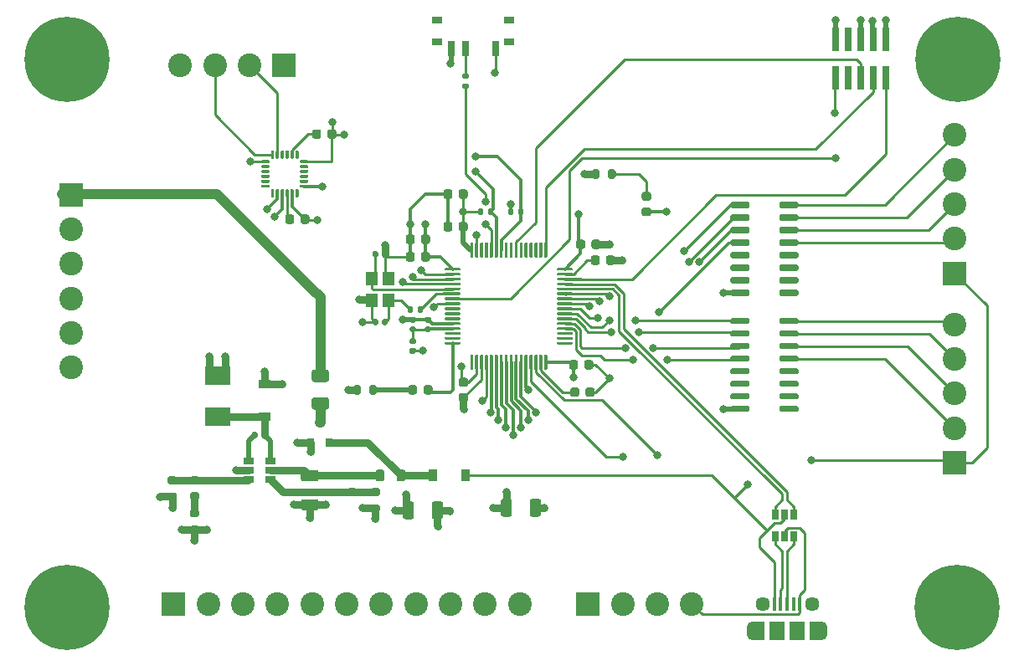
<source format=gbr>
%TF.GenerationSoftware,KiCad,Pcbnew,(5.1.8)-1*%
%TF.CreationDate,2020-12-28T13:01:50-08:00*%
%TF.ProjectId,STMboard,53544d62-6f61-4726-942e-6b696361645f,rev?*%
%TF.SameCoordinates,Original*%
%TF.FileFunction,Copper,L1,Top*%
%TF.FilePolarity,Positive*%
%FSLAX46Y46*%
G04 Gerber Fmt 4.6, Leading zero omitted, Abs format (unit mm)*
G04 Created by KiCad (PCBNEW (5.1.8)-1) date 2020-12-28 13:01:50*
%MOMM*%
%LPD*%
G01*
G04 APERTURE LIST*
%TA.AperFunction,SMDPad,CuDef*%
%ADD10R,0.740000X2.400000*%
%TD*%
%TA.AperFunction,ComponentPad*%
%ADD11R,2.400000X2.400000*%
%TD*%
%TA.AperFunction,ComponentPad*%
%ADD12C,2.400000*%
%TD*%
%TA.AperFunction,ComponentPad*%
%ADD13C,0.900000*%
%TD*%
%TA.AperFunction,ComponentPad*%
%ADD14C,8.600000*%
%TD*%
%TA.AperFunction,SMDPad,CuDef*%
%ADD15R,0.900000X1.200000*%
%TD*%
%TA.AperFunction,SMDPad,CuDef*%
%ADD16R,1.200000X0.900000*%
%TD*%
%TA.AperFunction,SMDPad,CuDef*%
%ADD17R,1.200000X1.400000*%
%TD*%
%TA.AperFunction,SMDPad,CuDef*%
%ADD18R,1.500000X1.900000*%
%TD*%
%TA.AperFunction,ComponentPad*%
%ADD19C,1.450000*%
%TD*%
%TA.AperFunction,SMDPad,CuDef*%
%ADD20R,0.400000X1.350000*%
%TD*%
%TA.AperFunction,ComponentPad*%
%ADD21O,1.200000X1.900000*%
%TD*%
%TA.AperFunction,SMDPad,CuDef*%
%ADD22R,1.200000X1.900000*%
%TD*%
%TA.AperFunction,SMDPad,CuDef*%
%ADD23R,2.500000X1.900000*%
%TD*%
%TA.AperFunction,SMDPad,CuDef*%
%ADD24R,0.800000X0.900000*%
%TD*%
%TA.AperFunction,SMDPad,CuDef*%
%ADD25R,0.700000X1.500000*%
%TD*%
%TA.AperFunction,SMDPad,CuDef*%
%ADD26R,1.000000X0.800000*%
%TD*%
%TA.AperFunction,SMDPad,CuDef*%
%ADD27R,1.060000X0.650000*%
%TD*%
%TA.AperFunction,SMDPad,CuDef*%
%ADD28R,0.650000X1.060000*%
%TD*%
%TA.AperFunction,ViaPad*%
%ADD29C,0.800000*%
%TD*%
%TA.AperFunction,Conductor*%
%ADD30C,0.300000*%
%TD*%
%TA.AperFunction,Conductor*%
%ADD31C,0.500000*%
%TD*%
%TA.AperFunction,Conductor*%
%ADD32C,0.250000*%
%TD*%
%TA.AperFunction,Conductor*%
%ADD33C,0.750000*%
%TD*%
%TA.AperFunction,Conductor*%
%ADD34C,1.000000*%
%TD*%
%TA.AperFunction,Conductor*%
%ADD35C,0.261112*%
%TD*%
G04 APERTURE END LIST*
%TO.P,L2,2*%
%TO.N,+3.3VA*%
%TA.AperFunction,SMDPad,CuDef*%
G36*
G01*
X130462500Y-103845000D02*
X130117500Y-103845000D01*
G75*
G02*
X129970000Y-103697500I0J147500D01*
G01*
X129970000Y-103402500D01*
G75*
G02*
X130117500Y-103255000I147500J0D01*
G01*
X130462500Y-103255000D01*
G75*
G02*
X130610000Y-103402500I0J-147500D01*
G01*
X130610000Y-103697500D01*
G75*
G02*
X130462500Y-103845000I-147500J0D01*
G01*
G37*
%TD.AperFunction*%
%TO.P,L2,1*%
%TO.N,+3V3*%
%TA.AperFunction,SMDPad,CuDef*%
G36*
G01*
X130462500Y-104815000D02*
X130117500Y-104815000D01*
G75*
G02*
X129970000Y-104667500I0J147500D01*
G01*
X129970000Y-104372500D01*
G75*
G02*
X130117500Y-104225000I147500J0D01*
G01*
X130462500Y-104225000D01*
G75*
G02*
X130610000Y-104372500I0J-147500D01*
G01*
X130610000Y-104667500D01*
G75*
G02*
X130462500Y-104815000I-147500J0D01*
G01*
G37*
%TD.AperFunction*%
%TD*%
%TO.P,FB1,1*%
%TO.N,BUCK_IN*%
%TA.AperFunction,SMDPad,CuDef*%
G36*
G01*
X126550000Y-117511250D02*
X126550000Y-116748750D01*
G75*
G02*
X126768750Y-116530000I218750J0D01*
G01*
X127206250Y-116530000D01*
G75*
G02*
X127425000Y-116748750I0J-218750D01*
G01*
X127425000Y-117511250D01*
G75*
G02*
X127206250Y-117730000I-218750J0D01*
G01*
X126768750Y-117730000D01*
G75*
G02*
X126550000Y-117511250I0J218750D01*
G01*
G37*
%TD.AperFunction*%
%TO.P,FB1,2*%
%TO.N,Net-(D2-Pad1)*%
%TA.AperFunction,SMDPad,CuDef*%
G36*
G01*
X128675000Y-117511250D02*
X128675000Y-116748750D01*
G75*
G02*
X128893750Y-116530000I218750J0D01*
G01*
X129331250Y-116530000D01*
G75*
G02*
X129550000Y-116748750I0J-218750D01*
G01*
X129550000Y-117511250D01*
G75*
G02*
X129331250Y-117730000I-218750J0D01*
G01*
X128893750Y-117730000D01*
G75*
G02*
X128675000Y-117511250I0J218750D01*
G01*
G37*
%TD.AperFunction*%
%TD*%
%TO.P,C13,2*%
%TO.N,BUCK_SW*%
%TA.AperFunction,SMDPad,CuDef*%
G36*
G01*
X115008000Y-113200000D02*
X115008000Y-112860000D01*
G75*
G02*
X115148000Y-112720000I140000J0D01*
G01*
X115428000Y-112720000D01*
G75*
G02*
X115568000Y-112860000I0J-140000D01*
G01*
X115568000Y-113200000D01*
G75*
G02*
X115428000Y-113340000I-140000J0D01*
G01*
X115148000Y-113340000D01*
G75*
G02*
X115008000Y-113200000I0J140000D01*
G01*
G37*
%TD.AperFunction*%
%TO.P,C13,1*%
%TO.N,BUCK_BST*%
%TA.AperFunction,SMDPad,CuDef*%
G36*
G01*
X114048000Y-113200000D02*
X114048000Y-112860000D01*
G75*
G02*
X114188000Y-112720000I140000J0D01*
G01*
X114468000Y-112720000D01*
G75*
G02*
X114608000Y-112860000I0J-140000D01*
G01*
X114608000Y-113200000D01*
G75*
G02*
X114468000Y-113340000I-140000J0D01*
G01*
X114188000Y-113340000D01*
G75*
G02*
X114048000Y-113200000I0J140000D01*
G01*
G37*
%TD.AperFunction*%
%TD*%
D10*
%TO.P,J3,10*%
%TO.N,NRST*%
X173020000Y-76870000D03*
%TO.P,J3,9*%
%TO.N,GND*%
X173020000Y-72970000D03*
%TO.P,J3,8*%
%TO.N,Net-(J3-Pad8)*%
X174290000Y-76870000D03*
%TO.P,J3,7*%
%TO.N,Net-(J3-Pad7)*%
X174290000Y-72970000D03*
%TO.P,J3,6*%
%TO.N,SWO*%
X175560000Y-76870000D03*
%TO.P,J3,5*%
%TO.N,GND*%
X175560000Y-72970000D03*
%TO.P,J3,4*%
%TO.N,SWCLK*%
X176830000Y-76870000D03*
%TO.P,J3,3*%
%TO.N,GND*%
X176830000Y-72970000D03*
%TO.P,J3,2*%
%TO.N,SWDIO*%
X178100000Y-76870000D03*
%TO.P,J3,1*%
%TO.N,+3V3*%
X178100000Y-72970000D03*
%TD*%
%TO.P,C12,1*%
%TO.N,Net-(C12-Pad1)*%
%TA.AperFunction,SMDPad,CuDef*%
G36*
G01*
X120125000Y-82830000D02*
X120125000Y-82330000D01*
G75*
G02*
X120350000Y-82105000I225000J0D01*
G01*
X120800000Y-82105000D01*
G75*
G02*
X121025000Y-82330000I0J-225000D01*
G01*
X121025000Y-82830000D01*
G75*
G02*
X120800000Y-83055000I-225000J0D01*
G01*
X120350000Y-83055000D01*
G75*
G02*
X120125000Y-82830000I0J225000D01*
G01*
G37*
%TD.AperFunction*%
%TO.P,C12,2*%
%TO.N,GND*%
%TA.AperFunction,SMDPad,CuDef*%
G36*
G01*
X121675000Y-82830000D02*
X121675000Y-82330000D01*
G75*
G02*
X121900000Y-82105000I225000J0D01*
G01*
X122350000Y-82105000D01*
G75*
G02*
X122575000Y-82330000I0J-225000D01*
G01*
X122575000Y-82830000D01*
G75*
G02*
X122350000Y-83055000I-225000J0D01*
G01*
X121900000Y-83055000D01*
G75*
G02*
X121675000Y-82830000I0J225000D01*
G01*
G37*
%TD.AperFunction*%
%TD*%
%TO.P,C4,1*%
%TO.N,Net-(C4-Pad1)*%
%TA.AperFunction,SMDPad,CuDef*%
G36*
G01*
X148295000Y-95590000D02*
X148295000Y-95090000D01*
G75*
G02*
X148520000Y-94865000I225000J0D01*
G01*
X148970000Y-94865000D01*
G75*
G02*
X149195000Y-95090000I0J-225000D01*
G01*
X149195000Y-95590000D01*
G75*
G02*
X148970000Y-95815000I-225000J0D01*
G01*
X148520000Y-95815000D01*
G75*
G02*
X148295000Y-95590000I0J225000D01*
G01*
G37*
%TD.AperFunction*%
%TO.P,C4,2*%
%TO.N,GND*%
%TA.AperFunction,SMDPad,CuDef*%
G36*
G01*
X149845000Y-95590000D02*
X149845000Y-95090000D01*
G75*
G02*
X150070000Y-94865000I225000J0D01*
G01*
X150520000Y-94865000D01*
G75*
G02*
X150745000Y-95090000I0J-225000D01*
G01*
X150745000Y-95590000D01*
G75*
G02*
X150520000Y-95815000I-225000J0D01*
G01*
X150070000Y-95815000D01*
G75*
G02*
X149845000Y-95590000I0J225000D01*
G01*
G37*
%TD.AperFunction*%
%TD*%
%TO.P,U1,1*%
%TO.N,+3V3*%
%TA.AperFunction,SMDPad,CuDef*%
G36*
G01*
X133550000Y-96325000D02*
X133550000Y-96175000D01*
G75*
G02*
X133625000Y-96100000I75000J0D01*
G01*
X135025000Y-96100000D01*
G75*
G02*
X135100000Y-96175000I0J-75000D01*
G01*
X135100000Y-96325000D01*
G75*
G02*
X135025000Y-96400000I-75000J0D01*
G01*
X133625000Y-96400000D01*
G75*
G02*
X133550000Y-96325000I0J75000D01*
G01*
G37*
%TD.AperFunction*%
%TO.P,U1,2*%
%TO.N,PC13*%
%TA.AperFunction,SMDPad,CuDef*%
G36*
G01*
X133550000Y-96825000D02*
X133550000Y-96675000D01*
G75*
G02*
X133625000Y-96600000I75000J0D01*
G01*
X135025000Y-96600000D01*
G75*
G02*
X135100000Y-96675000I0J-75000D01*
G01*
X135100000Y-96825000D01*
G75*
G02*
X135025000Y-96900000I-75000J0D01*
G01*
X133625000Y-96900000D01*
G75*
G02*
X133550000Y-96825000I0J75000D01*
G01*
G37*
%TD.AperFunction*%
%TO.P,U1,3*%
%TO.N,PC14*%
%TA.AperFunction,SMDPad,CuDef*%
G36*
G01*
X133550000Y-97325000D02*
X133550000Y-97175000D01*
G75*
G02*
X133625000Y-97100000I75000J0D01*
G01*
X135025000Y-97100000D01*
G75*
G02*
X135100000Y-97175000I0J-75000D01*
G01*
X135100000Y-97325000D01*
G75*
G02*
X135025000Y-97400000I-75000J0D01*
G01*
X133625000Y-97400000D01*
G75*
G02*
X133550000Y-97325000I0J75000D01*
G01*
G37*
%TD.AperFunction*%
%TO.P,U1,4*%
%TO.N,PC15*%
%TA.AperFunction,SMDPad,CuDef*%
G36*
G01*
X133550000Y-97825000D02*
X133550000Y-97675000D01*
G75*
G02*
X133625000Y-97600000I75000J0D01*
G01*
X135025000Y-97600000D01*
G75*
G02*
X135100000Y-97675000I0J-75000D01*
G01*
X135100000Y-97825000D01*
G75*
G02*
X135025000Y-97900000I-75000J0D01*
G01*
X133625000Y-97900000D01*
G75*
G02*
X133550000Y-97825000I0J75000D01*
G01*
G37*
%TD.AperFunction*%
%TO.P,U1,5*%
%TO.N,HSE_IN*%
%TA.AperFunction,SMDPad,CuDef*%
G36*
G01*
X133550000Y-98325000D02*
X133550000Y-98175000D01*
G75*
G02*
X133625000Y-98100000I75000J0D01*
G01*
X135025000Y-98100000D01*
G75*
G02*
X135100000Y-98175000I0J-75000D01*
G01*
X135100000Y-98325000D01*
G75*
G02*
X135025000Y-98400000I-75000J0D01*
G01*
X133625000Y-98400000D01*
G75*
G02*
X133550000Y-98325000I0J75000D01*
G01*
G37*
%TD.AperFunction*%
%TO.P,U1,6*%
%TO.N,HSE_OUT*%
%TA.AperFunction,SMDPad,CuDef*%
G36*
G01*
X133550000Y-98825000D02*
X133550000Y-98675000D01*
G75*
G02*
X133625000Y-98600000I75000J0D01*
G01*
X135025000Y-98600000D01*
G75*
G02*
X135100000Y-98675000I0J-75000D01*
G01*
X135100000Y-98825000D01*
G75*
G02*
X135025000Y-98900000I-75000J0D01*
G01*
X133625000Y-98900000D01*
G75*
G02*
X133550000Y-98825000I0J75000D01*
G01*
G37*
%TD.AperFunction*%
%TO.P,U1,7*%
%TO.N,NRST*%
%TA.AperFunction,SMDPad,CuDef*%
G36*
G01*
X133550000Y-99325000D02*
X133550000Y-99175000D01*
G75*
G02*
X133625000Y-99100000I75000J0D01*
G01*
X135025000Y-99100000D01*
G75*
G02*
X135100000Y-99175000I0J-75000D01*
G01*
X135100000Y-99325000D01*
G75*
G02*
X135025000Y-99400000I-75000J0D01*
G01*
X133625000Y-99400000D01*
G75*
G02*
X133550000Y-99325000I0J75000D01*
G01*
G37*
%TD.AperFunction*%
%TO.P,U1,8*%
%TO.N,PC8*%
%TA.AperFunction,SMDPad,CuDef*%
G36*
G01*
X133550000Y-99825000D02*
X133550000Y-99675000D01*
G75*
G02*
X133625000Y-99600000I75000J0D01*
G01*
X135025000Y-99600000D01*
G75*
G02*
X135100000Y-99675000I0J-75000D01*
G01*
X135100000Y-99825000D01*
G75*
G02*
X135025000Y-99900000I-75000J0D01*
G01*
X133625000Y-99900000D01*
G75*
G02*
X133550000Y-99825000I0J75000D01*
G01*
G37*
%TD.AperFunction*%
%TO.P,U1,9*%
%TO.N,Net-(U1-Pad9)*%
%TA.AperFunction,SMDPad,CuDef*%
G36*
G01*
X133550000Y-100325000D02*
X133550000Y-100175000D01*
G75*
G02*
X133625000Y-100100000I75000J0D01*
G01*
X135025000Y-100100000D01*
G75*
G02*
X135100000Y-100175000I0J-75000D01*
G01*
X135100000Y-100325000D01*
G75*
G02*
X135025000Y-100400000I-75000J0D01*
G01*
X133625000Y-100400000D01*
G75*
G02*
X133550000Y-100325000I0J75000D01*
G01*
G37*
%TD.AperFunction*%
%TO.P,U1,10*%
%TO.N,Net-(U1-Pad10)*%
%TA.AperFunction,SMDPad,CuDef*%
G36*
G01*
X133550000Y-100825000D02*
X133550000Y-100675000D01*
G75*
G02*
X133625000Y-100600000I75000J0D01*
G01*
X135025000Y-100600000D01*
G75*
G02*
X135100000Y-100675000I0J-75000D01*
G01*
X135100000Y-100825000D01*
G75*
G02*
X135025000Y-100900000I-75000J0D01*
G01*
X133625000Y-100900000D01*
G75*
G02*
X133550000Y-100825000I0J75000D01*
G01*
G37*
%TD.AperFunction*%
%TO.P,U1,11*%
%TO.N,Net-(U1-Pad11)*%
%TA.AperFunction,SMDPad,CuDef*%
G36*
G01*
X133550000Y-101325000D02*
X133550000Y-101175000D01*
G75*
G02*
X133625000Y-101100000I75000J0D01*
G01*
X135025000Y-101100000D01*
G75*
G02*
X135100000Y-101175000I0J-75000D01*
G01*
X135100000Y-101325000D01*
G75*
G02*
X135025000Y-101400000I-75000J0D01*
G01*
X133625000Y-101400000D01*
G75*
G02*
X133550000Y-101325000I0J75000D01*
G01*
G37*
%TD.AperFunction*%
%TO.P,U1,12*%
%TO.N,GND*%
%TA.AperFunction,SMDPad,CuDef*%
G36*
G01*
X133550000Y-101825000D02*
X133550000Y-101675000D01*
G75*
G02*
X133625000Y-101600000I75000J0D01*
G01*
X135025000Y-101600000D01*
G75*
G02*
X135100000Y-101675000I0J-75000D01*
G01*
X135100000Y-101825000D01*
G75*
G02*
X135025000Y-101900000I-75000J0D01*
G01*
X133625000Y-101900000D01*
G75*
G02*
X133550000Y-101825000I0J75000D01*
G01*
G37*
%TD.AperFunction*%
%TO.P,U1,13*%
%TO.N,+3.3VA*%
%TA.AperFunction,SMDPad,CuDef*%
G36*
G01*
X133550000Y-102325000D02*
X133550000Y-102175000D01*
G75*
G02*
X133625000Y-102100000I75000J0D01*
G01*
X135025000Y-102100000D01*
G75*
G02*
X135100000Y-102175000I0J-75000D01*
G01*
X135100000Y-102325000D01*
G75*
G02*
X135025000Y-102400000I-75000J0D01*
G01*
X133625000Y-102400000D01*
G75*
G02*
X133550000Y-102325000I0J75000D01*
G01*
G37*
%TD.AperFunction*%
%TO.P,U1,14*%
%TO.N,Net-(U1-Pad14)*%
%TA.AperFunction,SMDPad,CuDef*%
G36*
G01*
X133550000Y-102825000D02*
X133550000Y-102675000D01*
G75*
G02*
X133625000Y-102600000I75000J0D01*
G01*
X135025000Y-102600000D01*
G75*
G02*
X135100000Y-102675000I0J-75000D01*
G01*
X135100000Y-102825000D01*
G75*
G02*
X135025000Y-102900000I-75000J0D01*
G01*
X133625000Y-102900000D01*
G75*
G02*
X133550000Y-102825000I0J75000D01*
G01*
G37*
%TD.AperFunction*%
%TO.P,U1,15*%
%TO.N,Net-(U1-Pad15)*%
%TA.AperFunction,SMDPad,CuDef*%
G36*
G01*
X133550000Y-103325000D02*
X133550000Y-103175000D01*
G75*
G02*
X133625000Y-103100000I75000J0D01*
G01*
X135025000Y-103100000D01*
G75*
G02*
X135100000Y-103175000I0J-75000D01*
G01*
X135100000Y-103325000D01*
G75*
G02*
X135025000Y-103400000I-75000J0D01*
G01*
X133625000Y-103400000D01*
G75*
G02*
X133550000Y-103325000I0J75000D01*
G01*
G37*
%TD.AperFunction*%
%TO.P,U1,16*%
%TO.N,LED_STATUS*%
%TA.AperFunction,SMDPad,CuDef*%
G36*
G01*
X133550000Y-103825000D02*
X133550000Y-103675000D01*
G75*
G02*
X133625000Y-103600000I75000J0D01*
G01*
X135025000Y-103600000D01*
G75*
G02*
X135100000Y-103675000I0J-75000D01*
G01*
X135100000Y-103825000D01*
G75*
G02*
X135025000Y-103900000I-75000J0D01*
G01*
X133625000Y-103900000D01*
G75*
G02*
X133550000Y-103825000I0J75000D01*
G01*
G37*
%TD.AperFunction*%
%TO.P,U1,17*%
%TO.N,Net-(U1-Pad17)*%
%TA.AperFunction,SMDPad,CuDef*%
G36*
G01*
X136100000Y-106375000D02*
X136100000Y-104975000D01*
G75*
G02*
X136175000Y-104900000I75000J0D01*
G01*
X136325000Y-104900000D01*
G75*
G02*
X136400000Y-104975000I0J-75000D01*
G01*
X136400000Y-106375000D01*
G75*
G02*
X136325000Y-106450000I-75000J0D01*
G01*
X136175000Y-106450000D01*
G75*
G02*
X136100000Y-106375000I0J75000D01*
G01*
G37*
%TD.AperFunction*%
%TO.P,U1,18*%
%TO.N,GND*%
%TA.AperFunction,SMDPad,CuDef*%
G36*
G01*
X136600000Y-106375000D02*
X136600000Y-104975000D01*
G75*
G02*
X136675000Y-104900000I75000J0D01*
G01*
X136825000Y-104900000D01*
G75*
G02*
X136900000Y-104975000I0J-75000D01*
G01*
X136900000Y-106375000D01*
G75*
G02*
X136825000Y-106450000I-75000J0D01*
G01*
X136675000Y-106450000D01*
G75*
G02*
X136600000Y-106375000I0J75000D01*
G01*
G37*
%TD.AperFunction*%
%TO.P,U1,19*%
%TO.N,+3V3*%
%TA.AperFunction,SMDPad,CuDef*%
G36*
G01*
X137100000Y-106375000D02*
X137100000Y-104975000D01*
G75*
G02*
X137175000Y-104900000I75000J0D01*
G01*
X137325000Y-104900000D01*
G75*
G02*
X137400000Y-104975000I0J-75000D01*
G01*
X137400000Y-106375000D01*
G75*
G02*
X137325000Y-106450000I-75000J0D01*
G01*
X137175000Y-106450000D01*
G75*
G02*
X137100000Y-106375000I0J75000D01*
G01*
G37*
%TD.AperFunction*%
%TO.P,U1,20*%
%TO.N,PA4*%
%TA.AperFunction,SMDPad,CuDef*%
G36*
G01*
X137600000Y-106375000D02*
X137600000Y-104975000D01*
G75*
G02*
X137675000Y-104900000I75000J0D01*
G01*
X137825000Y-104900000D01*
G75*
G02*
X137900000Y-104975000I0J-75000D01*
G01*
X137900000Y-106375000D01*
G75*
G02*
X137825000Y-106450000I-75000J0D01*
G01*
X137675000Y-106450000D01*
G75*
G02*
X137600000Y-106375000I0J75000D01*
G01*
G37*
%TD.AperFunction*%
%TO.P,U1,21*%
%TO.N,PA5*%
%TA.AperFunction,SMDPad,CuDef*%
G36*
G01*
X138100000Y-106375000D02*
X138100000Y-104975000D01*
G75*
G02*
X138175000Y-104900000I75000J0D01*
G01*
X138325000Y-104900000D01*
G75*
G02*
X138400000Y-104975000I0J-75000D01*
G01*
X138400000Y-106375000D01*
G75*
G02*
X138325000Y-106450000I-75000J0D01*
G01*
X138175000Y-106450000D01*
G75*
G02*
X138100000Y-106375000I0J75000D01*
G01*
G37*
%TD.AperFunction*%
%TO.P,U1,22*%
%TO.N,PA6*%
%TA.AperFunction,SMDPad,CuDef*%
G36*
G01*
X138600000Y-106375000D02*
X138600000Y-104975000D01*
G75*
G02*
X138675000Y-104900000I75000J0D01*
G01*
X138825000Y-104900000D01*
G75*
G02*
X138900000Y-104975000I0J-75000D01*
G01*
X138900000Y-106375000D01*
G75*
G02*
X138825000Y-106450000I-75000J0D01*
G01*
X138675000Y-106450000D01*
G75*
G02*
X138600000Y-106375000I0J75000D01*
G01*
G37*
%TD.AperFunction*%
%TO.P,U1,23*%
%TO.N,PA7*%
%TA.AperFunction,SMDPad,CuDef*%
G36*
G01*
X139100000Y-106375000D02*
X139100000Y-104975000D01*
G75*
G02*
X139175000Y-104900000I75000J0D01*
G01*
X139325000Y-104900000D01*
G75*
G02*
X139400000Y-104975000I0J-75000D01*
G01*
X139400000Y-106375000D01*
G75*
G02*
X139325000Y-106450000I-75000J0D01*
G01*
X139175000Y-106450000D01*
G75*
G02*
X139100000Y-106375000I0J75000D01*
G01*
G37*
%TD.AperFunction*%
%TO.P,U1,24*%
%TO.N,PC4*%
%TA.AperFunction,SMDPad,CuDef*%
G36*
G01*
X139600000Y-106375000D02*
X139600000Y-104975000D01*
G75*
G02*
X139675000Y-104900000I75000J0D01*
G01*
X139825000Y-104900000D01*
G75*
G02*
X139900000Y-104975000I0J-75000D01*
G01*
X139900000Y-106375000D01*
G75*
G02*
X139825000Y-106450000I-75000J0D01*
G01*
X139675000Y-106450000D01*
G75*
G02*
X139600000Y-106375000I0J75000D01*
G01*
G37*
%TD.AperFunction*%
%TO.P,U1,25*%
%TO.N,PC5*%
%TA.AperFunction,SMDPad,CuDef*%
G36*
G01*
X140100000Y-106375000D02*
X140100000Y-104975000D01*
G75*
G02*
X140175000Y-104900000I75000J0D01*
G01*
X140325000Y-104900000D01*
G75*
G02*
X140400000Y-104975000I0J-75000D01*
G01*
X140400000Y-106375000D01*
G75*
G02*
X140325000Y-106450000I-75000J0D01*
G01*
X140175000Y-106450000D01*
G75*
G02*
X140100000Y-106375000I0J75000D01*
G01*
G37*
%TD.AperFunction*%
%TO.P,U1,26*%
%TO.N,PB0*%
%TA.AperFunction,SMDPad,CuDef*%
G36*
G01*
X140600000Y-106375000D02*
X140600000Y-104975000D01*
G75*
G02*
X140675000Y-104900000I75000J0D01*
G01*
X140825000Y-104900000D01*
G75*
G02*
X140900000Y-104975000I0J-75000D01*
G01*
X140900000Y-106375000D01*
G75*
G02*
X140825000Y-106450000I-75000J0D01*
G01*
X140675000Y-106450000D01*
G75*
G02*
X140600000Y-106375000I0J75000D01*
G01*
G37*
%TD.AperFunction*%
%TO.P,U1,27*%
%TO.N,PB1*%
%TA.AperFunction,SMDPad,CuDef*%
G36*
G01*
X141100000Y-106375000D02*
X141100000Y-104975000D01*
G75*
G02*
X141175000Y-104900000I75000J0D01*
G01*
X141325000Y-104900000D01*
G75*
G02*
X141400000Y-104975000I0J-75000D01*
G01*
X141400000Y-106375000D01*
G75*
G02*
X141325000Y-106450000I-75000J0D01*
G01*
X141175000Y-106450000D01*
G75*
G02*
X141100000Y-106375000I0J75000D01*
G01*
G37*
%TD.AperFunction*%
%TO.P,U1,28*%
%TO.N,PB2*%
%TA.AperFunction,SMDPad,CuDef*%
G36*
G01*
X141600000Y-106375000D02*
X141600000Y-104975000D01*
G75*
G02*
X141675000Y-104900000I75000J0D01*
G01*
X141825000Y-104900000D01*
G75*
G02*
X141900000Y-104975000I0J-75000D01*
G01*
X141900000Y-106375000D01*
G75*
G02*
X141825000Y-106450000I-75000J0D01*
G01*
X141675000Y-106450000D01*
G75*
G02*
X141600000Y-106375000I0J75000D01*
G01*
G37*
%TD.AperFunction*%
%TO.P,U1,29*%
%TO.N,UART3_TX*%
%TA.AperFunction,SMDPad,CuDef*%
G36*
G01*
X142100000Y-106375000D02*
X142100000Y-104975000D01*
G75*
G02*
X142175000Y-104900000I75000J0D01*
G01*
X142325000Y-104900000D01*
G75*
G02*
X142400000Y-104975000I0J-75000D01*
G01*
X142400000Y-106375000D01*
G75*
G02*
X142325000Y-106450000I-75000J0D01*
G01*
X142175000Y-106450000D01*
G75*
G02*
X142100000Y-106375000I0J75000D01*
G01*
G37*
%TD.AperFunction*%
%TO.P,U1,30*%
%TO.N,UART3_RX*%
%TA.AperFunction,SMDPad,CuDef*%
G36*
G01*
X142600000Y-106375000D02*
X142600000Y-104975000D01*
G75*
G02*
X142675000Y-104900000I75000J0D01*
G01*
X142825000Y-104900000D01*
G75*
G02*
X142900000Y-104975000I0J-75000D01*
G01*
X142900000Y-106375000D01*
G75*
G02*
X142825000Y-106450000I-75000J0D01*
G01*
X142675000Y-106450000D01*
G75*
G02*
X142600000Y-106375000I0J75000D01*
G01*
G37*
%TD.AperFunction*%
%TO.P,U1,31*%
%TO.N,Net-(C2-Pad1)*%
%TA.AperFunction,SMDPad,CuDef*%
G36*
G01*
X143100000Y-106375000D02*
X143100000Y-104975000D01*
G75*
G02*
X143175000Y-104900000I75000J0D01*
G01*
X143325000Y-104900000D01*
G75*
G02*
X143400000Y-104975000I0J-75000D01*
G01*
X143400000Y-106375000D01*
G75*
G02*
X143325000Y-106450000I-75000J0D01*
G01*
X143175000Y-106450000D01*
G75*
G02*
X143100000Y-106375000I0J75000D01*
G01*
G37*
%TD.AperFunction*%
%TO.P,U1,32*%
%TO.N,+3V3*%
%TA.AperFunction,SMDPad,CuDef*%
G36*
G01*
X143600000Y-106375000D02*
X143600000Y-104975000D01*
G75*
G02*
X143675000Y-104900000I75000J0D01*
G01*
X143825000Y-104900000D01*
G75*
G02*
X143900000Y-104975000I0J-75000D01*
G01*
X143900000Y-106375000D01*
G75*
G02*
X143825000Y-106450000I-75000J0D01*
G01*
X143675000Y-106450000D01*
G75*
G02*
X143600000Y-106375000I0J75000D01*
G01*
G37*
%TD.AperFunction*%
%TO.P,U1,33*%
%TO.N,Net-(U1-Pad33)*%
%TA.AperFunction,SMDPad,CuDef*%
G36*
G01*
X144900000Y-103825000D02*
X144900000Y-103675000D01*
G75*
G02*
X144975000Y-103600000I75000J0D01*
G01*
X146375000Y-103600000D01*
G75*
G02*
X146450000Y-103675000I0J-75000D01*
G01*
X146450000Y-103825000D01*
G75*
G02*
X146375000Y-103900000I-75000J0D01*
G01*
X144975000Y-103900000D01*
G75*
G02*
X144900000Y-103825000I0J75000D01*
G01*
G37*
%TD.AperFunction*%
%TO.P,U1,34*%
%TO.N,Net-(U1-Pad34)*%
%TA.AperFunction,SMDPad,CuDef*%
G36*
G01*
X144900000Y-103325000D02*
X144900000Y-103175000D01*
G75*
G02*
X144975000Y-103100000I75000J0D01*
G01*
X146375000Y-103100000D01*
G75*
G02*
X146450000Y-103175000I0J-75000D01*
G01*
X146450000Y-103325000D01*
G75*
G02*
X146375000Y-103400000I-75000J0D01*
G01*
X144975000Y-103400000D01*
G75*
G02*
X144900000Y-103325000I0J75000D01*
G01*
G37*
%TD.AperFunction*%
%TO.P,U1,35*%
%TO.N,Net-(U1-Pad35)*%
%TA.AperFunction,SMDPad,CuDef*%
G36*
G01*
X144900000Y-102825000D02*
X144900000Y-102675000D01*
G75*
G02*
X144975000Y-102600000I75000J0D01*
G01*
X146375000Y-102600000D01*
G75*
G02*
X146450000Y-102675000I0J-75000D01*
G01*
X146450000Y-102825000D01*
G75*
G02*
X146375000Y-102900000I-75000J0D01*
G01*
X144975000Y-102900000D01*
G75*
G02*
X144900000Y-102825000I0J75000D01*
G01*
G37*
%TD.AperFunction*%
%TO.P,U1,36*%
%TO.N,STEP_2-4*%
%TA.AperFunction,SMDPad,CuDef*%
G36*
G01*
X144900000Y-102325000D02*
X144900000Y-102175000D01*
G75*
G02*
X144975000Y-102100000I75000J0D01*
G01*
X146375000Y-102100000D01*
G75*
G02*
X146450000Y-102175000I0J-75000D01*
G01*
X146450000Y-102325000D01*
G75*
G02*
X146375000Y-102400000I-75000J0D01*
G01*
X144975000Y-102400000D01*
G75*
G02*
X144900000Y-102325000I0J75000D01*
G01*
G37*
%TD.AperFunction*%
%TO.P,U1,37*%
%TO.N,STEP_2-3*%
%TA.AperFunction,SMDPad,CuDef*%
G36*
G01*
X144900000Y-101825000D02*
X144900000Y-101675000D01*
G75*
G02*
X144975000Y-101600000I75000J0D01*
G01*
X146375000Y-101600000D01*
G75*
G02*
X146450000Y-101675000I0J-75000D01*
G01*
X146450000Y-101825000D01*
G75*
G02*
X146375000Y-101900000I-75000J0D01*
G01*
X144975000Y-101900000D01*
G75*
G02*
X144900000Y-101825000I0J75000D01*
G01*
G37*
%TD.AperFunction*%
%TO.P,U1,38*%
%TO.N,STEP_2-2*%
%TA.AperFunction,SMDPad,CuDef*%
G36*
G01*
X144900000Y-101325000D02*
X144900000Y-101175000D01*
G75*
G02*
X144975000Y-101100000I75000J0D01*
G01*
X146375000Y-101100000D01*
G75*
G02*
X146450000Y-101175000I0J-75000D01*
G01*
X146450000Y-101325000D01*
G75*
G02*
X146375000Y-101400000I-75000J0D01*
G01*
X144975000Y-101400000D01*
G75*
G02*
X144900000Y-101325000I0J75000D01*
G01*
G37*
%TD.AperFunction*%
%TO.P,U1,39*%
%TO.N,STEP_2-1*%
%TA.AperFunction,SMDPad,CuDef*%
G36*
G01*
X144900000Y-100825000D02*
X144900000Y-100675000D01*
G75*
G02*
X144975000Y-100600000I75000J0D01*
G01*
X146375000Y-100600000D01*
G75*
G02*
X146450000Y-100675000I0J-75000D01*
G01*
X146450000Y-100825000D01*
G75*
G02*
X146375000Y-100900000I-75000J0D01*
G01*
X144975000Y-100900000D01*
G75*
G02*
X144900000Y-100825000I0J75000D01*
G01*
G37*
%TD.AperFunction*%
%TO.P,U1,40*%
%TO.N,STEP_1-4*%
%TA.AperFunction,SMDPad,CuDef*%
G36*
G01*
X144900000Y-100325000D02*
X144900000Y-100175000D01*
G75*
G02*
X144975000Y-100100000I75000J0D01*
G01*
X146375000Y-100100000D01*
G75*
G02*
X146450000Y-100175000I0J-75000D01*
G01*
X146450000Y-100325000D01*
G75*
G02*
X146375000Y-100400000I-75000J0D01*
G01*
X144975000Y-100400000D01*
G75*
G02*
X144900000Y-100325000I0J75000D01*
G01*
G37*
%TD.AperFunction*%
%TO.P,U1,41*%
%TO.N,STEP_1-3*%
%TA.AperFunction,SMDPad,CuDef*%
G36*
G01*
X144900000Y-99825000D02*
X144900000Y-99675000D01*
G75*
G02*
X144975000Y-99600000I75000J0D01*
G01*
X146375000Y-99600000D01*
G75*
G02*
X146450000Y-99675000I0J-75000D01*
G01*
X146450000Y-99825000D01*
G75*
G02*
X146375000Y-99900000I-75000J0D01*
G01*
X144975000Y-99900000D01*
G75*
G02*
X144900000Y-99825000I0J75000D01*
G01*
G37*
%TD.AperFunction*%
%TO.P,U1,42*%
%TO.N,STEP_1-2*%
%TA.AperFunction,SMDPad,CuDef*%
G36*
G01*
X144900000Y-99325000D02*
X144900000Y-99175000D01*
G75*
G02*
X144975000Y-99100000I75000J0D01*
G01*
X146375000Y-99100000D01*
G75*
G02*
X146450000Y-99175000I0J-75000D01*
G01*
X146450000Y-99325000D01*
G75*
G02*
X146375000Y-99400000I-75000J0D01*
G01*
X144975000Y-99400000D01*
G75*
G02*
X144900000Y-99325000I0J75000D01*
G01*
G37*
%TD.AperFunction*%
%TO.P,U1,43*%
%TO.N,STEP_1-1*%
%TA.AperFunction,SMDPad,CuDef*%
G36*
G01*
X144900000Y-98825000D02*
X144900000Y-98675000D01*
G75*
G02*
X144975000Y-98600000I75000J0D01*
G01*
X146375000Y-98600000D01*
G75*
G02*
X146450000Y-98675000I0J-75000D01*
G01*
X146450000Y-98825000D01*
G75*
G02*
X146375000Y-98900000I-75000J0D01*
G01*
X144975000Y-98900000D01*
G75*
G02*
X144900000Y-98825000I0J75000D01*
G01*
G37*
%TD.AperFunction*%
%TO.P,U1,44*%
%TO.N,USB_D-*%
%TA.AperFunction,SMDPad,CuDef*%
G36*
G01*
X144900000Y-98325000D02*
X144900000Y-98175000D01*
G75*
G02*
X144975000Y-98100000I75000J0D01*
G01*
X146375000Y-98100000D01*
G75*
G02*
X146450000Y-98175000I0J-75000D01*
G01*
X146450000Y-98325000D01*
G75*
G02*
X146375000Y-98400000I-75000J0D01*
G01*
X144975000Y-98400000D01*
G75*
G02*
X144900000Y-98325000I0J75000D01*
G01*
G37*
%TD.AperFunction*%
%TO.P,U1,45*%
%TO.N,USB_D+*%
%TA.AperFunction,SMDPad,CuDef*%
G36*
G01*
X144900000Y-97825000D02*
X144900000Y-97675000D01*
G75*
G02*
X144975000Y-97600000I75000J0D01*
G01*
X146375000Y-97600000D01*
G75*
G02*
X146450000Y-97675000I0J-75000D01*
G01*
X146450000Y-97825000D01*
G75*
G02*
X146375000Y-97900000I-75000J0D01*
G01*
X144975000Y-97900000D01*
G75*
G02*
X144900000Y-97825000I0J75000D01*
G01*
G37*
%TD.AperFunction*%
%TO.P,U1,46*%
%TO.N,SWDIO*%
%TA.AperFunction,SMDPad,CuDef*%
G36*
G01*
X144900000Y-97325000D02*
X144900000Y-97175000D01*
G75*
G02*
X144975000Y-97100000I75000J0D01*
G01*
X146375000Y-97100000D01*
G75*
G02*
X146450000Y-97175000I0J-75000D01*
G01*
X146450000Y-97325000D01*
G75*
G02*
X146375000Y-97400000I-75000J0D01*
G01*
X144975000Y-97400000D01*
G75*
G02*
X144900000Y-97325000I0J75000D01*
G01*
G37*
%TD.AperFunction*%
%TO.P,U1,47*%
%TO.N,Net-(C4-Pad1)*%
%TA.AperFunction,SMDPad,CuDef*%
G36*
G01*
X144900000Y-96825000D02*
X144900000Y-96675000D01*
G75*
G02*
X144975000Y-96600000I75000J0D01*
G01*
X146375000Y-96600000D01*
G75*
G02*
X146450000Y-96675000I0J-75000D01*
G01*
X146450000Y-96825000D01*
G75*
G02*
X146375000Y-96900000I-75000J0D01*
G01*
X144975000Y-96900000D01*
G75*
G02*
X144900000Y-96825000I0J75000D01*
G01*
G37*
%TD.AperFunction*%
%TO.P,U1,48*%
%TO.N,+3V3*%
%TA.AperFunction,SMDPad,CuDef*%
G36*
G01*
X144900000Y-96325000D02*
X144900000Y-96175000D01*
G75*
G02*
X144975000Y-96100000I75000J0D01*
G01*
X146375000Y-96100000D01*
G75*
G02*
X146450000Y-96175000I0J-75000D01*
G01*
X146450000Y-96325000D01*
G75*
G02*
X146375000Y-96400000I-75000J0D01*
G01*
X144975000Y-96400000D01*
G75*
G02*
X144900000Y-96325000I0J75000D01*
G01*
G37*
%TD.AperFunction*%
%TO.P,U1,49*%
%TO.N,SWCLK*%
%TA.AperFunction,SMDPad,CuDef*%
G36*
G01*
X143600000Y-95025000D02*
X143600000Y-93625000D01*
G75*
G02*
X143675000Y-93550000I75000J0D01*
G01*
X143825000Y-93550000D01*
G75*
G02*
X143900000Y-93625000I0J-75000D01*
G01*
X143900000Y-95025000D01*
G75*
G02*
X143825000Y-95100000I-75000J0D01*
G01*
X143675000Y-95100000D01*
G75*
G02*
X143600000Y-95025000I0J75000D01*
G01*
G37*
%TD.AperFunction*%
%TO.P,U1,50*%
%TO.N,Net-(U1-Pad50)*%
%TA.AperFunction,SMDPad,CuDef*%
G36*
G01*
X143100000Y-95025000D02*
X143100000Y-93625000D01*
G75*
G02*
X143175000Y-93550000I75000J0D01*
G01*
X143325000Y-93550000D01*
G75*
G02*
X143400000Y-93625000I0J-75000D01*
G01*
X143400000Y-95025000D01*
G75*
G02*
X143325000Y-95100000I-75000J0D01*
G01*
X143175000Y-95100000D01*
G75*
G02*
X143100000Y-95025000I0J75000D01*
G01*
G37*
%TD.AperFunction*%
%TO.P,U1,51*%
%TO.N,Net-(U1-Pad51)*%
%TA.AperFunction,SMDPad,CuDef*%
G36*
G01*
X142600000Y-95025000D02*
X142600000Y-93625000D01*
G75*
G02*
X142675000Y-93550000I75000J0D01*
G01*
X142825000Y-93550000D01*
G75*
G02*
X142900000Y-93625000I0J-75000D01*
G01*
X142900000Y-95025000D01*
G75*
G02*
X142825000Y-95100000I-75000J0D01*
G01*
X142675000Y-95100000D01*
G75*
G02*
X142600000Y-95025000I0J75000D01*
G01*
G37*
%TD.AperFunction*%
%TO.P,U1,52*%
%TO.N,Net-(U1-Pad52)*%
%TA.AperFunction,SMDPad,CuDef*%
G36*
G01*
X142100000Y-95025000D02*
X142100000Y-93625000D01*
G75*
G02*
X142175000Y-93550000I75000J0D01*
G01*
X142325000Y-93550000D01*
G75*
G02*
X142400000Y-93625000I0J-75000D01*
G01*
X142400000Y-95025000D01*
G75*
G02*
X142325000Y-95100000I-75000J0D01*
G01*
X142175000Y-95100000D01*
G75*
G02*
X142100000Y-95025000I0J75000D01*
G01*
G37*
%TD.AperFunction*%
%TO.P,U1,53*%
%TO.N,Net-(U1-Pad53)*%
%TA.AperFunction,SMDPad,CuDef*%
G36*
G01*
X141600000Y-95025000D02*
X141600000Y-93625000D01*
G75*
G02*
X141675000Y-93550000I75000J0D01*
G01*
X141825000Y-93550000D01*
G75*
G02*
X141900000Y-93625000I0J-75000D01*
G01*
X141900000Y-95025000D01*
G75*
G02*
X141825000Y-95100000I-75000J0D01*
G01*
X141675000Y-95100000D01*
G75*
G02*
X141600000Y-95025000I0J75000D01*
G01*
G37*
%TD.AperFunction*%
%TO.P,U1,54*%
%TO.N,Net-(U1-Pad54)*%
%TA.AperFunction,SMDPad,CuDef*%
G36*
G01*
X141100000Y-95025000D02*
X141100000Y-93625000D01*
G75*
G02*
X141175000Y-93550000I75000J0D01*
G01*
X141325000Y-93550000D01*
G75*
G02*
X141400000Y-93625000I0J-75000D01*
G01*
X141400000Y-95025000D01*
G75*
G02*
X141325000Y-95100000I-75000J0D01*
G01*
X141175000Y-95100000D01*
G75*
G02*
X141100000Y-95025000I0J75000D01*
G01*
G37*
%TD.AperFunction*%
%TO.P,U1,55*%
%TO.N,SWO*%
%TA.AperFunction,SMDPad,CuDef*%
G36*
G01*
X140600000Y-95025000D02*
X140600000Y-93625000D01*
G75*
G02*
X140675000Y-93550000I75000J0D01*
G01*
X140825000Y-93550000D01*
G75*
G02*
X140900000Y-93625000I0J-75000D01*
G01*
X140900000Y-95025000D01*
G75*
G02*
X140825000Y-95100000I-75000J0D01*
G01*
X140675000Y-95100000D01*
G75*
G02*
X140600000Y-95025000I0J75000D01*
G01*
G37*
%TD.AperFunction*%
%TO.P,U1,56*%
%TO.N,Net-(U1-Pad56)*%
%TA.AperFunction,SMDPad,CuDef*%
G36*
G01*
X140100000Y-95025000D02*
X140100000Y-93625000D01*
G75*
G02*
X140175000Y-93550000I75000J0D01*
G01*
X140325000Y-93550000D01*
G75*
G02*
X140400000Y-93625000I0J-75000D01*
G01*
X140400000Y-95025000D01*
G75*
G02*
X140325000Y-95100000I-75000J0D01*
G01*
X140175000Y-95100000D01*
G75*
G02*
X140100000Y-95025000I0J75000D01*
G01*
G37*
%TD.AperFunction*%
%TO.P,U1,57*%
%TO.N,Net-(U1-Pad57)*%
%TA.AperFunction,SMDPad,CuDef*%
G36*
G01*
X139600000Y-95025000D02*
X139600000Y-93625000D01*
G75*
G02*
X139675000Y-93550000I75000J0D01*
G01*
X139825000Y-93550000D01*
G75*
G02*
X139900000Y-93625000I0J-75000D01*
G01*
X139900000Y-95025000D01*
G75*
G02*
X139825000Y-95100000I-75000J0D01*
G01*
X139675000Y-95100000D01*
G75*
G02*
X139600000Y-95025000I0J75000D01*
G01*
G37*
%TD.AperFunction*%
%TO.P,U1,58*%
%TO.N,I2C1_SCL*%
%TA.AperFunction,SMDPad,CuDef*%
G36*
G01*
X139100000Y-95025000D02*
X139100000Y-93625000D01*
G75*
G02*
X139175000Y-93550000I75000J0D01*
G01*
X139325000Y-93550000D01*
G75*
G02*
X139400000Y-93625000I0J-75000D01*
G01*
X139400000Y-95025000D01*
G75*
G02*
X139325000Y-95100000I-75000J0D01*
G01*
X139175000Y-95100000D01*
G75*
G02*
X139100000Y-95025000I0J75000D01*
G01*
G37*
%TD.AperFunction*%
%TO.P,U1,59*%
%TO.N,I2C1_SDA*%
%TA.AperFunction,SMDPad,CuDef*%
G36*
G01*
X138600000Y-95025000D02*
X138600000Y-93625000D01*
G75*
G02*
X138675000Y-93550000I75000J0D01*
G01*
X138825000Y-93550000D01*
G75*
G02*
X138900000Y-93625000I0J-75000D01*
G01*
X138900000Y-95025000D01*
G75*
G02*
X138825000Y-95100000I-75000J0D01*
G01*
X138675000Y-95100000D01*
G75*
G02*
X138600000Y-95025000I0J75000D01*
G01*
G37*
%TD.AperFunction*%
%TO.P,U1,60*%
%TO.N,BOOT0*%
%TA.AperFunction,SMDPad,CuDef*%
G36*
G01*
X138100000Y-95025000D02*
X138100000Y-93625000D01*
G75*
G02*
X138175000Y-93550000I75000J0D01*
G01*
X138325000Y-93550000D01*
G75*
G02*
X138400000Y-93625000I0J-75000D01*
G01*
X138400000Y-95025000D01*
G75*
G02*
X138325000Y-95100000I-75000J0D01*
G01*
X138175000Y-95100000D01*
G75*
G02*
X138100000Y-95025000I0J75000D01*
G01*
G37*
%TD.AperFunction*%
%TO.P,U1,61*%
%TO.N,Net-(U1-Pad61)*%
%TA.AperFunction,SMDPad,CuDef*%
G36*
G01*
X137600000Y-95025000D02*
X137600000Y-93625000D01*
G75*
G02*
X137675000Y-93550000I75000J0D01*
G01*
X137825000Y-93550000D01*
G75*
G02*
X137900000Y-93625000I0J-75000D01*
G01*
X137900000Y-95025000D01*
G75*
G02*
X137825000Y-95100000I-75000J0D01*
G01*
X137675000Y-95100000D01*
G75*
G02*
X137600000Y-95025000I0J75000D01*
G01*
G37*
%TD.AperFunction*%
%TO.P,U1,62*%
%TO.N,Net-(U1-Pad62)*%
%TA.AperFunction,SMDPad,CuDef*%
G36*
G01*
X137100000Y-95025000D02*
X137100000Y-93625000D01*
G75*
G02*
X137175000Y-93550000I75000J0D01*
G01*
X137325000Y-93550000D01*
G75*
G02*
X137400000Y-93625000I0J-75000D01*
G01*
X137400000Y-95025000D01*
G75*
G02*
X137325000Y-95100000I-75000J0D01*
G01*
X137175000Y-95100000D01*
G75*
G02*
X137100000Y-95025000I0J75000D01*
G01*
G37*
%TD.AperFunction*%
%TO.P,U1,63*%
%TO.N,GND*%
%TA.AperFunction,SMDPad,CuDef*%
G36*
G01*
X136600000Y-95025000D02*
X136600000Y-93625000D01*
G75*
G02*
X136675000Y-93550000I75000J0D01*
G01*
X136825000Y-93550000D01*
G75*
G02*
X136900000Y-93625000I0J-75000D01*
G01*
X136900000Y-95025000D01*
G75*
G02*
X136825000Y-95100000I-75000J0D01*
G01*
X136675000Y-95100000D01*
G75*
G02*
X136600000Y-95025000I0J75000D01*
G01*
G37*
%TD.AperFunction*%
%TO.P,U1,64*%
%TO.N,+3V3*%
%TA.AperFunction,SMDPad,CuDef*%
G36*
G01*
X136100000Y-95025000D02*
X136100000Y-93625000D01*
G75*
G02*
X136175000Y-93550000I75000J0D01*
G01*
X136325000Y-93550000D01*
G75*
G02*
X136400000Y-93625000I0J-75000D01*
G01*
X136400000Y-95025000D01*
G75*
G02*
X136325000Y-95100000I-75000J0D01*
G01*
X136175000Y-95100000D01*
G75*
G02*
X136100000Y-95025000I0J75000D01*
G01*
G37*
%TD.AperFunction*%
%TD*%
D11*
%TO.P,J8,1*%
%TO.N,+5V*%
X185110000Y-115830000D03*
D12*
%TO.P,J8,2*%
%TO.N,Net-(J8-Pad2)*%
X185110000Y-112330000D03*
%TO.P,J8,3*%
%TO.N,Net-(J8-Pad3)*%
X185110000Y-108830000D03*
%TO.P,J8,4*%
%TO.N,Net-(J8-Pad4)*%
X185110000Y-105330000D03*
%TO.P,J8,5*%
%TO.N,Net-(J8-Pad5)*%
X185110000Y-101830000D03*
%TD*%
%TO.P,R3,2*%
%TO.N,BUCK_IN*%
%TA.AperFunction,SMDPad,CuDef*%
G36*
G01*
X124415000Y-117535000D02*
X123865000Y-117535000D01*
G75*
G02*
X123665000Y-117335000I0J200000D01*
G01*
X123665000Y-116935000D01*
G75*
G02*
X123865000Y-116735000I200000J0D01*
G01*
X124415000Y-116735000D01*
G75*
G02*
X124615000Y-116935000I0J-200000D01*
G01*
X124615000Y-117335000D01*
G75*
G02*
X124415000Y-117535000I-200000J0D01*
G01*
G37*
%TD.AperFunction*%
%TO.P,R3,1*%
%TO.N,BUCK_EN*%
%TA.AperFunction,SMDPad,CuDef*%
G36*
G01*
X124415000Y-119185000D02*
X123865000Y-119185000D01*
G75*
G02*
X123665000Y-118985000I0J200000D01*
G01*
X123665000Y-118585000D01*
G75*
G02*
X123865000Y-118385000I200000J0D01*
G01*
X124415000Y-118385000D01*
G75*
G02*
X124615000Y-118585000I0J-200000D01*
G01*
X124615000Y-118985000D01*
G75*
G02*
X124415000Y-119185000I-200000J0D01*
G01*
G37*
%TD.AperFunction*%
%TD*%
D13*
%TO.P,H1,1*%
%TO.N,GND*%
X187655419Y-72719581D03*
X185375000Y-71775000D03*
X183094581Y-72719581D03*
X182150000Y-75000000D03*
X183094581Y-77280419D03*
X185375000Y-78225000D03*
X187655419Y-77280419D03*
X188600000Y-75000000D03*
D14*
X185375000Y-75000000D03*
%TD*%
%TO.P,C1,2*%
%TO.N,GND*%
%TA.AperFunction,SMDPad,CuDef*%
G36*
G01*
X130485000Y-94746000D02*
X130485000Y-95246000D01*
G75*
G02*
X130260000Y-95471000I-225000J0D01*
G01*
X129810000Y-95471000D01*
G75*
G02*
X129585000Y-95246000I0J225000D01*
G01*
X129585000Y-94746000D01*
G75*
G02*
X129810000Y-94521000I225000J0D01*
G01*
X130260000Y-94521000D01*
G75*
G02*
X130485000Y-94746000I0J-225000D01*
G01*
G37*
%TD.AperFunction*%
%TO.P,C1,1*%
%TO.N,+3V3*%
%TA.AperFunction,SMDPad,CuDef*%
G36*
G01*
X132035000Y-94746000D02*
X132035000Y-95246000D01*
G75*
G02*
X131810000Y-95471000I-225000J0D01*
G01*
X131360000Y-95471000D01*
G75*
G02*
X131135000Y-95246000I0J225000D01*
G01*
X131135000Y-94746000D01*
G75*
G02*
X131360000Y-94521000I225000J0D01*
G01*
X131810000Y-94521000D01*
G75*
G02*
X132035000Y-94746000I0J-225000D01*
G01*
G37*
%TD.AperFunction*%
%TD*%
%TO.P,C2,2*%
%TO.N,GND*%
%TA.AperFunction,SMDPad,CuDef*%
G36*
G01*
X147775000Y-108940000D02*
X147775000Y-108440000D01*
G75*
G02*
X148000000Y-108215000I225000J0D01*
G01*
X148450000Y-108215000D01*
G75*
G02*
X148675000Y-108440000I0J-225000D01*
G01*
X148675000Y-108940000D01*
G75*
G02*
X148450000Y-109165000I-225000J0D01*
G01*
X148000000Y-109165000D01*
G75*
G02*
X147775000Y-108940000I0J225000D01*
G01*
G37*
%TD.AperFunction*%
%TO.P,C2,1*%
%TO.N,Net-(C2-Pad1)*%
%TA.AperFunction,SMDPad,CuDef*%
G36*
G01*
X146225000Y-108940000D02*
X146225000Y-108440000D01*
G75*
G02*
X146450000Y-108215000I225000J0D01*
G01*
X146900000Y-108215000D01*
G75*
G02*
X147125000Y-108440000I0J-225000D01*
G01*
X147125000Y-108940000D01*
G75*
G02*
X146900000Y-109165000I-225000J0D01*
G01*
X146450000Y-109165000D01*
G75*
G02*
X146225000Y-108940000I0J225000D01*
G01*
G37*
%TD.AperFunction*%
%TD*%
%TO.P,C3,1*%
%TO.N,+3V3*%
%TA.AperFunction,SMDPad,CuDef*%
G36*
G01*
X132035000Y-92968000D02*
X132035000Y-93468000D01*
G75*
G02*
X131810000Y-93693000I-225000J0D01*
G01*
X131360000Y-93693000D01*
G75*
G02*
X131135000Y-93468000I0J225000D01*
G01*
X131135000Y-92968000D01*
G75*
G02*
X131360000Y-92743000I225000J0D01*
G01*
X131810000Y-92743000D01*
G75*
G02*
X132035000Y-92968000I0J-225000D01*
G01*
G37*
%TD.AperFunction*%
%TO.P,C3,2*%
%TO.N,GND*%
%TA.AperFunction,SMDPad,CuDef*%
G36*
G01*
X130485000Y-92968000D02*
X130485000Y-93468000D01*
G75*
G02*
X130260000Y-93693000I-225000J0D01*
G01*
X129810000Y-93693000D01*
G75*
G02*
X129585000Y-93468000I0J225000D01*
G01*
X129585000Y-92968000D01*
G75*
G02*
X129810000Y-92743000I225000J0D01*
G01*
X130260000Y-92743000D01*
G75*
G02*
X130485000Y-92968000I0J-225000D01*
G01*
G37*
%TD.AperFunction*%
%TD*%
%TO.P,C5,1*%
%TO.N,+3V3*%
%TA.AperFunction,SMDPad,CuDef*%
G36*
G01*
X146095000Y-106168000D02*
X146095000Y-105668000D01*
G75*
G02*
X146320000Y-105443000I225000J0D01*
G01*
X146770000Y-105443000D01*
G75*
G02*
X146995000Y-105668000I0J-225000D01*
G01*
X146995000Y-106168000D01*
G75*
G02*
X146770000Y-106393000I-225000J0D01*
G01*
X146320000Y-106393000D01*
G75*
G02*
X146095000Y-106168000I0J225000D01*
G01*
G37*
%TD.AperFunction*%
%TO.P,C5,2*%
%TO.N,GND*%
%TA.AperFunction,SMDPad,CuDef*%
G36*
G01*
X147645000Y-106168000D02*
X147645000Y-105668000D01*
G75*
G02*
X147870000Y-105443000I225000J0D01*
G01*
X148320000Y-105443000D01*
G75*
G02*
X148545000Y-105668000I0J-225000D01*
G01*
X148545000Y-106168000D01*
G75*
G02*
X148320000Y-106393000I-225000J0D01*
G01*
X147870000Y-106393000D01*
G75*
G02*
X147645000Y-106168000I0J225000D01*
G01*
G37*
%TD.AperFunction*%
%TD*%
%TO.P,C6,2*%
%TO.N,GND*%
%TA.AperFunction,SMDPad,CuDef*%
G36*
G01*
X134295000Y-91698000D02*
X134295000Y-92198000D01*
G75*
G02*
X134070000Y-92423000I-225000J0D01*
G01*
X133620000Y-92423000D01*
G75*
G02*
X133395000Y-92198000I0J225000D01*
G01*
X133395000Y-91698000D01*
G75*
G02*
X133620000Y-91473000I225000J0D01*
G01*
X134070000Y-91473000D01*
G75*
G02*
X134295000Y-91698000I0J-225000D01*
G01*
G37*
%TD.AperFunction*%
%TO.P,C6,1*%
%TO.N,+3V3*%
%TA.AperFunction,SMDPad,CuDef*%
G36*
G01*
X135845000Y-91698000D02*
X135845000Y-92198000D01*
G75*
G02*
X135620000Y-92423000I-225000J0D01*
G01*
X135170000Y-92423000D01*
G75*
G02*
X134945000Y-92198000I0J225000D01*
G01*
X134945000Y-91698000D01*
G75*
G02*
X135170000Y-91473000I225000J0D01*
G01*
X135620000Y-91473000D01*
G75*
G02*
X135845000Y-91698000I0J-225000D01*
G01*
G37*
%TD.AperFunction*%
%TD*%
%TO.P,C7,1*%
%TO.N,BUCK_IN*%
%TA.AperFunction,SMDPad,CuDef*%
G36*
G01*
X119237999Y-116568000D02*
X120538001Y-116568000D01*
G75*
G02*
X120788000Y-116817999I0J-249999D01*
G01*
X120788000Y-117468001D01*
G75*
G02*
X120538001Y-117718000I-249999J0D01*
G01*
X119237999Y-117718000D01*
G75*
G02*
X118988000Y-117468001I0J249999D01*
G01*
X118988000Y-116817999D01*
G75*
G02*
X119237999Y-116568000I249999J0D01*
G01*
G37*
%TD.AperFunction*%
%TO.P,C7,2*%
%TO.N,GND*%
%TA.AperFunction,SMDPad,CuDef*%
G36*
G01*
X119237999Y-119518000D02*
X120538001Y-119518000D01*
G75*
G02*
X120788000Y-119767999I0J-249999D01*
G01*
X120788000Y-120418001D01*
G75*
G02*
X120538001Y-120668000I-249999J0D01*
G01*
X119237999Y-120668000D01*
G75*
G02*
X118988000Y-120418001I0J249999D01*
G01*
X118988000Y-119767999D01*
G75*
G02*
X119237999Y-119518000I249999J0D01*
G01*
G37*
%TD.AperFunction*%
%TD*%
%TO.P,C8,1*%
%TO.N,+3V3*%
%TA.AperFunction,SMDPad,CuDef*%
G36*
G01*
X135670000Y-109685000D02*
X135170000Y-109685000D01*
G75*
G02*
X134945000Y-109460000I0J225000D01*
G01*
X134945000Y-109010000D01*
G75*
G02*
X135170000Y-108785000I225000J0D01*
G01*
X135670000Y-108785000D01*
G75*
G02*
X135895000Y-109010000I0J-225000D01*
G01*
X135895000Y-109460000D01*
G75*
G02*
X135670000Y-109685000I-225000J0D01*
G01*
G37*
%TD.AperFunction*%
%TO.P,C8,2*%
%TO.N,GND*%
%TA.AperFunction,SMDPad,CuDef*%
G36*
G01*
X135670000Y-108135000D02*
X135170000Y-108135000D01*
G75*
G02*
X134945000Y-107910000I0J225000D01*
G01*
X134945000Y-107460000D01*
G75*
G02*
X135170000Y-107235000I225000J0D01*
G01*
X135670000Y-107235000D01*
G75*
G02*
X135895000Y-107460000I0J-225000D01*
G01*
X135895000Y-107910000D01*
G75*
G02*
X135670000Y-108135000I-225000J0D01*
G01*
G37*
%TD.AperFunction*%
%TD*%
%TO.P,C9,2*%
%TO.N,GND*%
%TA.AperFunction,SMDPad,CuDef*%
G36*
G01*
X148370000Y-93980000D02*
X148370000Y-93480000D01*
G75*
G02*
X148595000Y-93255000I225000J0D01*
G01*
X149045000Y-93255000D01*
G75*
G02*
X149270000Y-93480000I0J-225000D01*
G01*
X149270000Y-93980000D01*
G75*
G02*
X149045000Y-94205000I-225000J0D01*
G01*
X148595000Y-94205000D01*
G75*
G02*
X148370000Y-93980000I0J225000D01*
G01*
G37*
%TD.AperFunction*%
%TO.P,C9,1*%
%TO.N,+3V3*%
%TA.AperFunction,SMDPad,CuDef*%
G36*
G01*
X146820000Y-93980000D02*
X146820000Y-93480000D01*
G75*
G02*
X147045000Y-93255000I225000J0D01*
G01*
X147495000Y-93255000D01*
G75*
G02*
X147720000Y-93480000I0J-225000D01*
G01*
X147720000Y-93980000D01*
G75*
G02*
X147495000Y-94205000I-225000J0D01*
G01*
X147045000Y-94205000D01*
G75*
G02*
X146820000Y-93980000I0J225000D01*
G01*
G37*
%TD.AperFunction*%
%TD*%
%TO.P,C10,2*%
%TO.N,GND*%
%TA.AperFunction,SMDPad,CuDef*%
G36*
G01*
X134295000Y-88396000D02*
X134295000Y-88896000D01*
G75*
G02*
X134070000Y-89121000I-225000J0D01*
G01*
X133620000Y-89121000D01*
G75*
G02*
X133395000Y-88896000I0J225000D01*
G01*
X133395000Y-88396000D01*
G75*
G02*
X133620000Y-88171000I225000J0D01*
G01*
X134070000Y-88171000D01*
G75*
G02*
X134295000Y-88396000I0J-225000D01*
G01*
G37*
%TD.AperFunction*%
%TO.P,C10,1*%
%TO.N,+3V3*%
%TA.AperFunction,SMDPad,CuDef*%
G36*
G01*
X135845000Y-88396000D02*
X135845000Y-88896000D01*
G75*
G02*
X135620000Y-89121000I-225000J0D01*
G01*
X135170000Y-89121000D01*
G75*
G02*
X134945000Y-88896000I0J225000D01*
G01*
X134945000Y-88396000D01*
G75*
G02*
X135170000Y-88171000I225000J0D01*
G01*
X135620000Y-88171000D01*
G75*
G02*
X135845000Y-88396000I0J-225000D01*
G01*
G37*
%TD.AperFunction*%
%TD*%
%TO.P,C11,1*%
%TO.N,Net-(C11-Pad1)*%
%TA.AperFunction,SMDPad,CuDef*%
G36*
G01*
X117393000Y-91436000D02*
X117393000Y-90936000D01*
G75*
G02*
X117618000Y-90711000I225000J0D01*
G01*
X118068000Y-90711000D01*
G75*
G02*
X118293000Y-90936000I0J-225000D01*
G01*
X118293000Y-91436000D01*
G75*
G02*
X118068000Y-91661000I-225000J0D01*
G01*
X117618000Y-91661000D01*
G75*
G02*
X117393000Y-91436000I0J225000D01*
G01*
G37*
%TD.AperFunction*%
%TO.P,C11,2*%
%TO.N,GND*%
%TA.AperFunction,SMDPad,CuDef*%
G36*
G01*
X118943000Y-91436000D02*
X118943000Y-90936000D01*
G75*
G02*
X119168000Y-90711000I225000J0D01*
G01*
X119618000Y-90711000D01*
G75*
G02*
X119843000Y-90936000I0J-225000D01*
G01*
X119843000Y-91436000D01*
G75*
G02*
X119618000Y-91661000I-225000J0D01*
G01*
X119168000Y-91661000D01*
G75*
G02*
X118943000Y-91436000I0J225000D01*
G01*
G37*
%TD.AperFunction*%
%TD*%
%TO.P,C14,1*%
%TO.N,+3V3*%
%TA.AperFunction,SMDPad,CuDef*%
G36*
G01*
X133368000Y-119999999D02*
X133368000Y-121300001D01*
G75*
G02*
X133118001Y-121550000I-249999J0D01*
G01*
X132467999Y-121550000D01*
G75*
G02*
X132218000Y-121300001I0J249999D01*
G01*
X132218000Y-119999999D01*
G75*
G02*
X132467999Y-119750000I249999J0D01*
G01*
X133118001Y-119750000D01*
G75*
G02*
X133368000Y-119999999I0J-249999D01*
G01*
G37*
%TD.AperFunction*%
%TO.P,C14,2*%
%TO.N,GND*%
%TA.AperFunction,SMDPad,CuDef*%
G36*
G01*
X130418000Y-119999999D02*
X130418000Y-121300001D01*
G75*
G02*
X130168001Y-121550000I-249999J0D01*
G01*
X129517999Y-121550000D01*
G75*
G02*
X129268000Y-121300001I0J249999D01*
G01*
X129268000Y-119999999D01*
G75*
G02*
X129517999Y-119750000I249999J0D01*
G01*
X130168001Y-119750000D01*
G75*
G02*
X130418000Y-119999999I0J-249999D01*
G01*
G37*
%TD.AperFunction*%
%TD*%
%TO.P,C15,2*%
%TO.N,GND*%
%TA.AperFunction,SMDPad,CuDef*%
G36*
G01*
X142124000Y-121046001D02*
X142124000Y-119745999D01*
G75*
G02*
X142373999Y-119496000I249999J0D01*
G01*
X143024001Y-119496000D01*
G75*
G02*
X143274000Y-119745999I0J-249999D01*
G01*
X143274000Y-121046001D01*
G75*
G02*
X143024001Y-121296000I-249999J0D01*
G01*
X142373999Y-121296000D01*
G75*
G02*
X142124000Y-121046001I0J249999D01*
G01*
G37*
%TD.AperFunction*%
%TO.P,C15,1*%
%TO.N,+3V3*%
%TA.AperFunction,SMDPad,CuDef*%
G36*
G01*
X139174000Y-121046001D02*
X139174000Y-119745999D01*
G75*
G02*
X139423999Y-119496000I249999J0D01*
G01*
X140074001Y-119496000D01*
G75*
G02*
X140324000Y-119745999I0J-249999D01*
G01*
X140324000Y-121046001D01*
G75*
G02*
X140074001Y-121296000I-249999J0D01*
G01*
X139423999Y-121296000D01*
G75*
G02*
X139174000Y-121046001I0J249999D01*
G01*
G37*
%TD.AperFunction*%
%TD*%
%TO.P,C16,1*%
%TO.N,HSE_IN*%
%TA.AperFunction,SMDPad,CuDef*%
G36*
G01*
X126240000Y-94912000D02*
X126240000Y-94572000D01*
G75*
G02*
X126380000Y-94432000I140000J0D01*
G01*
X126660000Y-94432000D01*
G75*
G02*
X126800000Y-94572000I0J-140000D01*
G01*
X126800000Y-94912000D01*
G75*
G02*
X126660000Y-95052000I-140000J0D01*
G01*
X126380000Y-95052000D01*
G75*
G02*
X126240000Y-94912000I0J140000D01*
G01*
G37*
%TD.AperFunction*%
%TO.P,C16,2*%
%TO.N,GND*%
%TA.AperFunction,SMDPad,CuDef*%
G36*
G01*
X127200000Y-94912000D02*
X127200000Y-94572000D01*
G75*
G02*
X127340000Y-94432000I140000J0D01*
G01*
X127620000Y-94432000D01*
G75*
G02*
X127760000Y-94572000I0J-140000D01*
G01*
X127760000Y-94912000D01*
G75*
G02*
X127620000Y-95052000I-140000J0D01*
G01*
X127340000Y-95052000D01*
G75*
G02*
X127200000Y-94912000I0J140000D01*
G01*
G37*
%TD.AperFunction*%
%TD*%
%TO.P,C17,2*%
%TO.N,GND*%
%TA.AperFunction,SMDPad,CuDef*%
G36*
G01*
X131996000Y-101654000D02*
X131656000Y-101654000D01*
G75*
G02*
X131516000Y-101514000I0J140000D01*
G01*
X131516000Y-101234000D01*
G75*
G02*
X131656000Y-101094000I140000J0D01*
G01*
X131996000Y-101094000D01*
G75*
G02*
X132136000Y-101234000I0J-140000D01*
G01*
X132136000Y-101514000D01*
G75*
G02*
X131996000Y-101654000I-140000J0D01*
G01*
G37*
%TD.AperFunction*%
%TO.P,C17,1*%
%TO.N,+3.3VA*%
%TA.AperFunction,SMDPad,CuDef*%
G36*
G01*
X131996000Y-102614000D02*
X131656000Y-102614000D01*
G75*
G02*
X131516000Y-102474000I0J140000D01*
G01*
X131516000Y-102194000D01*
G75*
G02*
X131656000Y-102054000I140000J0D01*
G01*
X131996000Y-102054000D01*
G75*
G02*
X132136000Y-102194000I0J-140000D01*
G01*
X132136000Y-102474000D01*
G75*
G02*
X131996000Y-102614000I-140000J0D01*
G01*
G37*
%TD.AperFunction*%
%TD*%
%TO.P,C18,2*%
%TO.N,GND*%
%TA.AperFunction,SMDPad,CuDef*%
G36*
G01*
X126800000Y-101430000D02*
X126800000Y-101770000D01*
G75*
G02*
X126660000Y-101910000I-140000J0D01*
G01*
X126380000Y-101910000D01*
G75*
G02*
X126240000Y-101770000I0J140000D01*
G01*
X126240000Y-101430000D01*
G75*
G02*
X126380000Y-101290000I140000J0D01*
G01*
X126660000Y-101290000D01*
G75*
G02*
X126800000Y-101430000I0J-140000D01*
G01*
G37*
%TD.AperFunction*%
%TO.P,C18,1*%
%TO.N,Net-(C18-Pad1)*%
%TA.AperFunction,SMDPad,CuDef*%
G36*
G01*
X127760000Y-101430000D02*
X127760000Y-101770000D01*
G75*
G02*
X127620000Y-101910000I-140000J0D01*
G01*
X127340000Y-101910000D01*
G75*
G02*
X127200000Y-101770000I0J140000D01*
G01*
X127200000Y-101430000D01*
G75*
G02*
X127340000Y-101290000I140000J0D01*
G01*
X127620000Y-101290000D01*
G75*
G02*
X127760000Y-101430000I0J-140000D01*
G01*
G37*
%TD.AperFunction*%
%TD*%
%TO.P,C19,1*%
%TO.N,+3.3VA*%
%TA.AperFunction,SMDPad,CuDef*%
G36*
G01*
X130472000Y-102614000D02*
X130132000Y-102614000D01*
G75*
G02*
X129992000Y-102474000I0J140000D01*
G01*
X129992000Y-102194000D01*
G75*
G02*
X130132000Y-102054000I140000J0D01*
G01*
X130472000Y-102054000D01*
G75*
G02*
X130612000Y-102194000I0J-140000D01*
G01*
X130612000Y-102474000D01*
G75*
G02*
X130472000Y-102614000I-140000J0D01*
G01*
G37*
%TD.AperFunction*%
%TO.P,C19,2*%
%TO.N,GND*%
%TA.AperFunction,SMDPad,CuDef*%
G36*
G01*
X130472000Y-101654000D02*
X130132000Y-101654000D01*
G75*
G02*
X129992000Y-101514000I0J140000D01*
G01*
X129992000Y-101234000D01*
G75*
G02*
X130132000Y-101094000I140000J0D01*
G01*
X130472000Y-101094000D01*
G75*
G02*
X130612000Y-101234000I0J-140000D01*
G01*
X130612000Y-101514000D01*
G75*
G02*
X130472000Y-101654000I-140000J0D01*
G01*
G37*
%TD.AperFunction*%
%TD*%
%TO.P,D1,1*%
%TO.N,Net-(D1-Pad1)*%
%TA.AperFunction,SMDPad,CuDef*%
G36*
G01*
X129839000Y-108714250D02*
X129839000Y-108201750D01*
G75*
G02*
X130057750Y-107983000I218750J0D01*
G01*
X130495250Y-107983000D01*
G75*
G02*
X130714000Y-108201750I0J-218750D01*
G01*
X130714000Y-108714250D01*
G75*
G02*
X130495250Y-108933000I-218750J0D01*
G01*
X130057750Y-108933000D01*
G75*
G02*
X129839000Y-108714250I0J218750D01*
G01*
G37*
%TD.AperFunction*%
%TO.P,D1,2*%
%TO.N,LED_STATUS*%
%TA.AperFunction,SMDPad,CuDef*%
G36*
G01*
X131414000Y-108714250D02*
X131414000Y-108201750D01*
G75*
G02*
X131632750Y-107983000I218750J0D01*
G01*
X132070250Y-107983000D01*
G75*
G02*
X132289000Y-108201750I0J-218750D01*
G01*
X132289000Y-108714250D01*
G75*
G02*
X132070250Y-108933000I-218750J0D01*
G01*
X131632750Y-108933000D01*
G75*
G02*
X131414000Y-108714250I0J218750D01*
G01*
G37*
%TD.AperFunction*%
%TD*%
D15*
%TO.P,D2,2*%
%TO.N,+5V*%
X135600000Y-117130000D03*
%TO.P,D2,1*%
%TO.N,Net-(D2-Pad1)*%
X132300000Y-117130000D03*
%TD*%
D16*
%TO.P,D3,1*%
%TO.N,BUCK_SW*%
X115320000Y-111140000D03*
%TO.P,D3,2*%
%TO.N,GND*%
X115320000Y-107840000D03*
%TD*%
%TO.P,D4,2*%
%TO.N,+3V3*%
%TA.AperFunction,SMDPad,CuDef*%
G36*
G01*
X153667750Y-90012000D02*
X154180250Y-90012000D01*
G75*
G02*
X154399000Y-90230750I0J-218750D01*
G01*
X154399000Y-90668250D01*
G75*
G02*
X154180250Y-90887000I-218750J0D01*
G01*
X153667750Y-90887000D01*
G75*
G02*
X153449000Y-90668250I0J218750D01*
G01*
X153449000Y-90230750D01*
G75*
G02*
X153667750Y-90012000I218750J0D01*
G01*
G37*
%TD.AperFunction*%
%TO.P,D4,1*%
%TO.N,Net-(D4-Pad1)*%
%TA.AperFunction,SMDPad,CuDef*%
G36*
G01*
X153667750Y-88437000D02*
X154180250Y-88437000D01*
G75*
G02*
X154399000Y-88655750I0J-218750D01*
G01*
X154399000Y-89093250D01*
G75*
G02*
X154180250Y-89312000I-218750J0D01*
G01*
X153667750Y-89312000D01*
G75*
G02*
X153449000Y-89093250I0J218750D01*
G01*
X153449000Y-88655750D01*
G75*
G02*
X153667750Y-88437000I218750J0D01*
G01*
G37*
%TD.AperFunction*%
%TD*%
%TO.P,F1,1*%
%TO.N,Net-(F1-Pad1)*%
%TA.AperFunction,SMDPad,CuDef*%
G36*
G01*
X121575000Y-110465000D02*
X120325000Y-110465000D01*
G75*
G02*
X120075000Y-110215000I0J250000D01*
G01*
X120075000Y-109465000D01*
G75*
G02*
X120325000Y-109215000I250000J0D01*
G01*
X121575000Y-109215000D01*
G75*
G02*
X121825000Y-109465000I0J-250000D01*
G01*
X121825000Y-110215000D01*
G75*
G02*
X121575000Y-110465000I-250000J0D01*
G01*
G37*
%TD.AperFunction*%
%TO.P,F1,2*%
%TO.N,+12V*%
%TA.AperFunction,SMDPad,CuDef*%
G36*
G01*
X121575000Y-107665000D02*
X120325000Y-107665000D01*
G75*
G02*
X120075000Y-107415000I0J250000D01*
G01*
X120075000Y-106665000D01*
G75*
G02*
X120325000Y-106415000I250000J0D01*
G01*
X121575000Y-106415000D01*
G75*
G02*
X121825000Y-106665000I0J-250000D01*
G01*
X121825000Y-107415000D01*
G75*
G02*
X121575000Y-107665000I-250000J0D01*
G01*
G37*
%TD.AperFunction*%
%TD*%
D13*
%TO.P,H2,1*%
%TO.N,GND*%
X187605419Y-128219581D03*
X185325000Y-127275000D03*
X183044581Y-128219581D03*
X182100000Y-130500000D03*
X183044581Y-132780419D03*
X185325000Y-133725000D03*
X187605419Y-132780419D03*
X188550000Y-130500000D03*
D14*
X185325000Y-130500000D03*
%TD*%
%TO.P,H3,1*%
%TO.N,GND*%
X95325000Y-130500000D03*
D13*
X98550000Y-130500000D03*
X97605419Y-132780419D03*
X95325000Y-133725000D03*
X93044581Y-132780419D03*
X92100000Y-130500000D03*
X93044581Y-128219581D03*
X95325000Y-127275000D03*
X97605419Y-128219581D03*
%TD*%
D14*
%TO.P,H4,1*%
%TO.N,GND*%
X95325000Y-75000000D03*
D13*
X98550000Y-75000000D03*
X97605419Y-77280419D03*
X95325000Y-78225000D03*
X93044581Y-77280419D03*
X92100000Y-75000000D03*
X93044581Y-72719581D03*
X95325000Y-71775000D03*
X97605419Y-72719581D03*
%TD*%
D17*
%TO.P,HSE1,1*%
%TO.N,HSE_IN*%
X126150000Y-97198000D03*
%TO.P,HSE1,2*%
%TO.N,GND*%
X126150000Y-99398000D03*
%TO.P,HSE1,3*%
%TO.N,Net-(C18-Pad1)*%
X127850000Y-99398000D03*
%TO.P,HSE1,4*%
%TO.N,GND*%
X127850000Y-97198000D03*
%TD*%
D11*
%TO.P,J1,1*%
%TO.N,+12V*%
X95760000Y-88700000D03*
D12*
%TO.P,J1,2*%
%TO.N,GND*%
X95760000Y-92200000D03*
%TO.P,J1,3*%
%TO.N,PC13*%
X95760000Y-95700000D03*
%TO.P,J1,4*%
%TO.N,PC14*%
X95760000Y-99200000D03*
%TO.P,J1,5*%
%TO.N,PC15*%
X95760000Y-102700000D03*
%TO.P,J1,6*%
%TO.N,PC8*%
X95760000Y-106200000D03*
%TD*%
D18*
%TO.P,J2,6*%
%TO.N,Net-(J2-Pad6)*%
X169150000Y-132837500D03*
D19*
X165650000Y-130137500D03*
D20*
%TO.P,J2,2*%
%TO.N,USB_CONN_D-*%
X167500000Y-130137500D03*
%TO.P,J2,1*%
%TO.N,+5V*%
X166850000Y-130137500D03*
%TO.P,J2,5*%
%TO.N,GND*%
X169450000Y-130137500D03*
%TO.P,J2,4*%
%TO.N,Net-(J2-Pad4)*%
X168800000Y-130137500D03*
%TO.P,J2,3*%
%TO.N,USB_CONN_D+*%
X168150000Y-130137500D03*
D19*
%TO.P,J2,6*%
%TO.N,Net-(J2-Pad6)*%
X170650000Y-130137500D03*
D18*
X167150000Y-132837500D03*
D21*
X164650000Y-132837500D03*
X171650000Y-132837500D03*
D22*
X171050000Y-132837500D03*
X165250000Y-132837500D03*
%TD*%
D12*
%TO.P,J4,4*%
%TO.N,GND*%
X106790000Y-75580000D03*
%TO.P,J4,3*%
%TO.N,I2C1_SDA*%
X110290000Y-75580000D03*
%TO.P,J4,2*%
%TO.N,I2C1_SCL*%
X113790000Y-75580000D03*
D11*
%TO.P,J4,1*%
%TO.N,+3V3*%
X117290000Y-75580000D03*
%TD*%
D12*
%TO.P,J5,5*%
%TO.N,Net-(J5-Pad5)*%
X185120000Y-82670000D03*
%TO.P,J5,4*%
%TO.N,Net-(J5-Pad4)*%
X185120000Y-86170000D03*
%TO.P,J5,3*%
%TO.N,Net-(J5-Pad3)*%
X185120000Y-89670000D03*
%TO.P,J5,2*%
%TO.N,Net-(J5-Pad2)*%
X185120000Y-93170000D03*
D11*
%TO.P,J5,1*%
%TO.N,+5V*%
X185120000Y-96670000D03*
%TD*%
%TO.P,J6,1*%
%TO.N,+3V3*%
X106100000Y-130170000D03*
D12*
%TO.P,J6,2*%
%TO.N,PA4*%
X109600000Y-130170000D03*
%TO.P,J6,3*%
%TO.N,PA5*%
X113100000Y-130170000D03*
%TO.P,J6,4*%
%TO.N,PA6*%
X116600000Y-130170000D03*
%TO.P,J6,5*%
%TO.N,PA7*%
X120100000Y-130170000D03*
%TO.P,J6,6*%
%TO.N,PC4*%
X123600000Y-130170000D03*
%TO.P,J6,7*%
%TO.N,PC5*%
X127100000Y-130170000D03*
%TO.P,J6,8*%
%TO.N,PB0*%
X130600000Y-130170000D03*
%TO.P,J6,9*%
%TO.N,PB1*%
X134100000Y-130170000D03*
%TO.P,J6,10*%
%TO.N,PB2*%
X137600000Y-130170000D03*
%TO.P,J6,11*%
%TO.N,GND*%
X141100000Y-130170000D03*
%TD*%
D11*
%TO.P,J7,1*%
%TO.N,+3V3*%
X148010000Y-130120000D03*
D12*
%TO.P,J7,2*%
%TO.N,UART3_TX*%
X151510000Y-130120000D03*
%TO.P,J7,3*%
%TO.N,UART3_RX*%
X155010000Y-130120000D03*
%TO.P,J7,4*%
%TO.N,GND*%
X158510000Y-130120000D03*
%TD*%
D23*
%TO.P,L1,1*%
%TO.N,BUCK_SW*%
X110570000Y-111140000D03*
%TO.P,L1,2*%
%TO.N,+3V3*%
X110570000Y-107040000D03*
%TD*%
D24*
%TO.P,Q1,1*%
%TO.N,GND*%
X119954000Y-113776000D03*
%TO.P,Q1,2*%
%TO.N,Net-(D2-Pad1)*%
X121854000Y-113776000D03*
%TO.P,Q1,3*%
%TO.N,Net-(F1-Pad1)*%
X120904000Y-111776000D03*
%TD*%
%TO.P,R1,1*%
%TO.N,Net-(D1-Pad1)*%
%TA.AperFunction,SMDPad,CuDef*%
G36*
G01*
X126701000Y-108183000D02*
X126701000Y-108733000D01*
G75*
G02*
X126501000Y-108933000I-200000J0D01*
G01*
X126101000Y-108933000D01*
G75*
G02*
X125901000Y-108733000I0J200000D01*
G01*
X125901000Y-108183000D01*
G75*
G02*
X126101000Y-107983000I200000J0D01*
G01*
X126501000Y-107983000D01*
G75*
G02*
X126701000Y-108183000I0J-200000D01*
G01*
G37*
%TD.AperFunction*%
%TO.P,R1,2*%
%TO.N,GND*%
%TA.AperFunction,SMDPad,CuDef*%
G36*
G01*
X125051000Y-108183000D02*
X125051000Y-108733000D01*
G75*
G02*
X124851000Y-108933000I-200000J0D01*
G01*
X124451000Y-108933000D01*
G75*
G02*
X124251000Y-108733000I0J200000D01*
G01*
X124251000Y-108183000D01*
G75*
G02*
X124451000Y-107983000I200000J0D01*
G01*
X124851000Y-107983000D01*
G75*
G02*
X125051000Y-108183000I0J-200000D01*
G01*
G37*
%TD.AperFunction*%
%TD*%
%TO.P,R2,1*%
%TO.N,Net-(R2-Pad1)*%
%TA.AperFunction,SMDPad,CuDef*%
G36*
G01*
X135451000Y-76434000D02*
X135821000Y-76434000D01*
G75*
G02*
X135956000Y-76569000I0J-135000D01*
G01*
X135956000Y-76839000D01*
G75*
G02*
X135821000Y-76974000I-135000J0D01*
G01*
X135451000Y-76974000D01*
G75*
G02*
X135316000Y-76839000I0J135000D01*
G01*
X135316000Y-76569000D01*
G75*
G02*
X135451000Y-76434000I135000J0D01*
G01*
G37*
%TD.AperFunction*%
%TO.P,R2,2*%
%TO.N,BOOT0*%
%TA.AperFunction,SMDPad,CuDef*%
G36*
G01*
X135451000Y-77454000D02*
X135821000Y-77454000D01*
G75*
G02*
X135956000Y-77589000I0J-135000D01*
G01*
X135956000Y-77859000D01*
G75*
G02*
X135821000Y-77994000I-135000J0D01*
G01*
X135451000Y-77994000D01*
G75*
G02*
X135316000Y-77859000I0J135000D01*
G01*
X135316000Y-77589000D01*
G75*
G02*
X135451000Y-77454000I135000J0D01*
G01*
G37*
%TD.AperFunction*%
%TD*%
%TO.P,R4,1*%
%TO.N,GND*%
%TA.AperFunction,SMDPad,CuDef*%
G36*
G01*
X126785000Y-120835000D02*
X126235000Y-120835000D01*
G75*
G02*
X126035000Y-120635000I0J200000D01*
G01*
X126035000Y-120235000D01*
G75*
G02*
X126235000Y-120035000I200000J0D01*
G01*
X126785000Y-120035000D01*
G75*
G02*
X126985000Y-120235000I0J-200000D01*
G01*
X126985000Y-120635000D01*
G75*
G02*
X126785000Y-120835000I-200000J0D01*
G01*
G37*
%TD.AperFunction*%
%TO.P,R4,2*%
%TO.N,BUCK_EN*%
%TA.AperFunction,SMDPad,CuDef*%
G36*
G01*
X126785000Y-119185000D02*
X126235000Y-119185000D01*
G75*
G02*
X126035000Y-118985000I0J200000D01*
G01*
X126035000Y-118585000D01*
G75*
G02*
X126235000Y-118385000I200000J0D01*
G01*
X126785000Y-118385000D01*
G75*
G02*
X126985000Y-118585000I0J-200000D01*
G01*
X126985000Y-118985000D01*
G75*
G02*
X126785000Y-119185000I-200000J0D01*
G01*
G37*
%TD.AperFunction*%
%TD*%
%TO.P,R5,2*%
%TO.N,+3V3*%
%TA.AperFunction,SMDPad,CuDef*%
G36*
G01*
X140476000Y-90239000D02*
X140476000Y-90609000D01*
G75*
G02*
X140341000Y-90744000I-135000J0D01*
G01*
X140071000Y-90744000D01*
G75*
G02*
X139936000Y-90609000I0J135000D01*
G01*
X139936000Y-90239000D01*
G75*
G02*
X140071000Y-90104000I135000J0D01*
G01*
X140341000Y-90104000D01*
G75*
G02*
X140476000Y-90239000I0J-135000D01*
G01*
G37*
%TD.AperFunction*%
%TO.P,R5,1*%
%TO.N,I2C1_SCL*%
%TA.AperFunction,SMDPad,CuDef*%
G36*
G01*
X141496000Y-90239000D02*
X141496000Y-90609000D01*
G75*
G02*
X141361000Y-90744000I-135000J0D01*
G01*
X141091000Y-90744000D01*
G75*
G02*
X140956000Y-90609000I0J135000D01*
G01*
X140956000Y-90239000D01*
G75*
G02*
X141091000Y-90104000I135000J0D01*
G01*
X141361000Y-90104000D01*
G75*
G02*
X141496000Y-90239000I0J-135000D01*
G01*
G37*
%TD.AperFunction*%
%TD*%
%TO.P,R6,1*%
%TO.N,I2C1_SDA*%
%TA.AperFunction,SMDPad,CuDef*%
G36*
G01*
X138448000Y-90239000D02*
X138448000Y-90609000D01*
G75*
G02*
X138313000Y-90744000I-135000J0D01*
G01*
X138043000Y-90744000D01*
G75*
G02*
X137908000Y-90609000I0J135000D01*
G01*
X137908000Y-90239000D01*
G75*
G02*
X138043000Y-90104000I135000J0D01*
G01*
X138313000Y-90104000D01*
G75*
G02*
X138448000Y-90239000I0J-135000D01*
G01*
G37*
%TD.AperFunction*%
%TO.P,R6,2*%
%TO.N,+3V3*%
%TA.AperFunction,SMDPad,CuDef*%
G36*
G01*
X137428000Y-90239000D02*
X137428000Y-90609000D01*
G75*
G02*
X137293000Y-90744000I-135000J0D01*
G01*
X137023000Y-90744000D01*
G75*
G02*
X136888000Y-90609000I0J135000D01*
G01*
X136888000Y-90239000D01*
G75*
G02*
X137023000Y-90104000I135000J0D01*
G01*
X137293000Y-90104000D01*
G75*
G02*
X137428000Y-90239000I0J-135000D01*
G01*
G37*
%TD.AperFunction*%
%TD*%
%TO.P,R7,1*%
%TO.N,BUCK_FB*%
%TA.AperFunction,SMDPad,CuDef*%
G36*
G01*
X105705000Y-117205000D02*
X106255000Y-117205000D01*
G75*
G02*
X106455000Y-117405000I0J-200000D01*
G01*
X106455000Y-117805000D01*
G75*
G02*
X106255000Y-118005000I-200000J0D01*
G01*
X105705000Y-118005000D01*
G75*
G02*
X105505000Y-117805000I0J200000D01*
G01*
X105505000Y-117405000D01*
G75*
G02*
X105705000Y-117205000I200000J0D01*
G01*
G37*
%TD.AperFunction*%
%TO.P,R7,2*%
%TO.N,+3V3*%
%TA.AperFunction,SMDPad,CuDef*%
G36*
G01*
X105705000Y-118855000D02*
X106255000Y-118855000D01*
G75*
G02*
X106455000Y-119055000I0J-200000D01*
G01*
X106455000Y-119455000D01*
G75*
G02*
X106255000Y-119655000I-200000J0D01*
G01*
X105705000Y-119655000D01*
G75*
G02*
X105505000Y-119455000I0J200000D01*
G01*
X105505000Y-119055000D01*
G75*
G02*
X105705000Y-118855000I200000J0D01*
G01*
G37*
%TD.AperFunction*%
%TD*%
%TO.P,R8,2*%
%TO.N,BUCK_FB*%
%TA.AperFunction,SMDPad,CuDef*%
G36*
G01*
X108505000Y-117985000D02*
X107955000Y-117985000D01*
G75*
G02*
X107755000Y-117785000I0J200000D01*
G01*
X107755000Y-117385000D01*
G75*
G02*
X107955000Y-117185000I200000J0D01*
G01*
X108505000Y-117185000D01*
G75*
G02*
X108705000Y-117385000I0J-200000D01*
G01*
X108705000Y-117785000D01*
G75*
G02*
X108505000Y-117985000I-200000J0D01*
G01*
G37*
%TD.AperFunction*%
%TO.P,R8,1*%
%TO.N,Net-(R8-Pad1)*%
%TA.AperFunction,SMDPad,CuDef*%
G36*
G01*
X108505000Y-119635000D02*
X107955000Y-119635000D01*
G75*
G02*
X107755000Y-119435000I0J200000D01*
G01*
X107755000Y-119035000D01*
G75*
G02*
X107955000Y-118835000I200000J0D01*
G01*
X108505000Y-118835000D01*
G75*
G02*
X108705000Y-119035000I0J-200000D01*
G01*
X108705000Y-119435000D01*
G75*
G02*
X108505000Y-119635000I-200000J0D01*
G01*
G37*
%TD.AperFunction*%
%TD*%
%TO.P,R9,1*%
%TO.N,GND*%
%TA.AperFunction,SMDPad,CuDef*%
G36*
G01*
X108505000Y-122995000D02*
X107955000Y-122995000D01*
G75*
G02*
X107755000Y-122795000I0J200000D01*
G01*
X107755000Y-122395000D01*
G75*
G02*
X107955000Y-122195000I200000J0D01*
G01*
X108505000Y-122195000D01*
G75*
G02*
X108705000Y-122395000I0J-200000D01*
G01*
X108705000Y-122795000D01*
G75*
G02*
X108505000Y-122995000I-200000J0D01*
G01*
G37*
%TD.AperFunction*%
%TO.P,R9,2*%
%TO.N,Net-(R8-Pad1)*%
%TA.AperFunction,SMDPad,CuDef*%
G36*
G01*
X108505000Y-121345000D02*
X107955000Y-121345000D01*
G75*
G02*
X107755000Y-121145000I0J200000D01*
G01*
X107755000Y-120745000D01*
G75*
G02*
X107955000Y-120545000I200000J0D01*
G01*
X108505000Y-120545000D01*
G75*
G02*
X108705000Y-120745000I0J-200000D01*
G01*
X108705000Y-121145000D01*
G75*
G02*
X108505000Y-121345000I-200000J0D01*
G01*
G37*
%TD.AperFunction*%
%TD*%
%TO.P,R10,2*%
%TO.N,Net-(D4-Pad1)*%
%TA.AperFunction,SMDPad,CuDef*%
G36*
G01*
X150031000Y-86889000D02*
X150031000Y-86339000D01*
G75*
G02*
X150231000Y-86139000I200000J0D01*
G01*
X150631000Y-86139000D01*
G75*
G02*
X150831000Y-86339000I0J-200000D01*
G01*
X150831000Y-86889000D01*
G75*
G02*
X150631000Y-87089000I-200000J0D01*
G01*
X150231000Y-87089000D01*
G75*
G02*
X150031000Y-86889000I0J200000D01*
G01*
G37*
%TD.AperFunction*%
%TO.P,R10,1*%
%TO.N,GND*%
%TA.AperFunction,SMDPad,CuDef*%
G36*
G01*
X148381000Y-86889000D02*
X148381000Y-86339000D01*
G75*
G02*
X148581000Y-86139000I200000J0D01*
G01*
X148981000Y-86139000D01*
G75*
G02*
X149181000Y-86339000I0J-200000D01*
G01*
X149181000Y-86889000D01*
G75*
G02*
X148981000Y-87089000I-200000J0D01*
G01*
X148581000Y-87089000D01*
G75*
G02*
X148381000Y-86889000I0J200000D01*
G01*
G37*
%TD.AperFunction*%
%TD*%
%TO.P,R11,2*%
%TO.N,Net-(C18-Pad1)*%
%TA.AperFunction,SMDPad,CuDef*%
G36*
G01*
X130316000Y-100145000D02*
X130316000Y-100515000D01*
G75*
G02*
X130181000Y-100650000I-135000J0D01*
G01*
X129911000Y-100650000D01*
G75*
G02*
X129776000Y-100515000I0J135000D01*
G01*
X129776000Y-100145000D01*
G75*
G02*
X129911000Y-100010000I135000J0D01*
G01*
X130181000Y-100010000D01*
G75*
G02*
X130316000Y-100145000I0J-135000D01*
G01*
G37*
%TD.AperFunction*%
%TO.P,R11,1*%
%TO.N,HSE_OUT*%
%TA.AperFunction,SMDPad,CuDef*%
G36*
G01*
X131336000Y-100145000D02*
X131336000Y-100515000D01*
G75*
G02*
X131201000Y-100650000I-135000J0D01*
G01*
X130931000Y-100650000D01*
G75*
G02*
X130796000Y-100515000I0J135000D01*
G01*
X130796000Y-100145000D01*
G75*
G02*
X130931000Y-100010000I135000J0D01*
G01*
X131201000Y-100010000D01*
G75*
G02*
X131336000Y-100145000I0J-135000D01*
G01*
G37*
%TD.AperFunction*%
%TD*%
D25*
%TO.P,SW1,1*%
%TO.N,+3V3*%
X138660000Y-73880000D03*
%TO.P,SW1,2*%
%TO.N,Net-(R2-Pad1)*%
X135660000Y-73880000D03*
%TO.P,SW1,3*%
%TO.N,GND*%
X134160000Y-73880000D03*
D26*
%TO.P,SW1,*%
%TO.N,*%
X140060000Y-71020000D03*
X132760000Y-71020000D03*
X132760000Y-73230000D03*
X140060000Y-73230000D03*
%TD*%
D27*
%TO.P,U2,5*%
%TO.N,BUCK_IN*%
X115908000Y-116586000D03*
%TO.P,U2,6*%
%TO.N,BUCK_SW*%
X115908000Y-115636000D03*
%TO.P,U2,4*%
%TO.N,BUCK_EN*%
X115908000Y-117536000D03*
%TO.P,U2,3*%
%TO.N,BUCK_FB*%
X113708000Y-117536000D03*
%TO.P,U2,2*%
%TO.N,GND*%
X113708000Y-116586000D03*
%TO.P,U2,1*%
%TO.N,BUCK_BST*%
X113708000Y-115636000D03*
%TD*%
%TO.P,U3,1*%
%TO.N,GND*%
%TA.AperFunction,SMDPad,CuDef*%
G36*
G01*
X114973000Y-85439000D02*
X114973000Y-85289000D01*
G75*
G02*
X115048000Y-85214000I75000J0D01*
G01*
X115748000Y-85214000D01*
G75*
G02*
X115823000Y-85289000I0J-75000D01*
G01*
X115823000Y-85439000D01*
G75*
G02*
X115748000Y-85514000I-75000J0D01*
G01*
X115048000Y-85514000D01*
G75*
G02*
X114973000Y-85439000I0J75000D01*
G01*
G37*
%TD.AperFunction*%
%TO.P,U3,2*%
%TO.N,N/C*%
%TA.AperFunction,SMDPad,CuDef*%
G36*
G01*
X114973000Y-85939000D02*
X114973000Y-85789000D01*
G75*
G02*
X115048000Y-85714000I75000J0D01*
G01*
X115748000Y-85714000D01*
G75*
G02*
X115823000Y-85789000I0J-75000D01*
G01*
X115823000Y-85939000D01*
G75*
G02*
X115748000Y-86014000I-75000J0D01*
G01*
X115048000Y-86014000D01*
G75*
G02*
X114973000Y-85939000I0J75000D01*
G01*
G37*
%TD.AperFunction*%
%TO.P,U3,3*%
%TA.AperFunction,SMDPad,CuDef*%
G36*
G01*
X114973000Y-86439000D02*
X114973000Y-86289000D01*
G75*
G02*
X115048000Y-86214000I75000J0D01*
G01*
X115748000Y-86214000D01*
G75*
G02*
X115823000Y-86289000I0J-75000D01*
G01*
X115823000Y-86439000D01*
G75*
G02*
X115748000Y-86514000I-75000J0D01*
G01*
X115048000Y-86514000D01*
G75*
G02*
X114973000Y-86439000I0J75000D01*
G01*
G37*
%TD.AperFunction*%
%TO.P,U3,4*%
%TA.AperFunction,SMDPad,CuDef*%
G36*
G01*
X114973000Y-86939000D02*
X114973000Y-86789000D01*
G75*
G02*
X115048000Y-86714000I75000J0D01*
G01*
X115748000Y-86714000D01*
G75*
G02*
X115823000Y-86789000I0J-75000D01*
G01*
X115823000Y-86939000D01*
G75*
G02*
X115748000Y-87014000I-75000J0D01*
G01*
X115048000Y-87014000D01*
G75*
G02*
X114973000Y-86939000I0J75000D01*
G01*
G37*
%TD.AperFunction*%
%TO.P,U3,5*%
%TA.AperFunction,SMDPad,CuDef*%
G36*
G01*
X114973000Y-87439000D02*
X114973000Y-87289000D01*
G75*
G02*
X115048000Y-87214000I75000J0D01*
G01*
X115748000Y-87214000D01*
G75*
G02*
X115823000Y-87289000I0J-75000D01*
G01*
X115823000Y-87439000D01*
G75*
G02*
X115748000Y-87514000I-75000J0D01*
G01*
X115048000Y-87514000D01*
G75*
G02*
X114973000Y-87439000I0J75000D01*
G01*
G37*
%TD.AperFunction*%
%TO.P,U3,6*%
%TO.N,Net-(U3-Pad6)*%
%TA.AperFunction,SMDPad,CuDef*%
G36*
G01*
X114973000Y-87939000D02*
X114973000Y-87789000D01*
G75*
G02*
X115048000Y-87714000I75000J0D01*
G01*
X115748000Y-87714000D01*
G75*
G02*
X115823000Y-87789000I0J-75000D01*
G01*
X115823000Y-87939000D01*
G75*
G02*
X115748000Y-88014000I-75000J0D01*
G01*
X115048000Y-88014000D01*
G75*
G02*
X114973000Y-87939000I0J75000D01*
G01*
G37*
%TD.AperFunction*%
%TO.P,U3,7*%
%TO.N,Net-(U3-Pad7)*%
%TA.AperFunction,SMDPad,CuDef*%
G36*
G01*
X116173000Y-88989000D02*
X116023000Y-88989000D01*
G75*
G02*
X115948000Y-88914000I0J75000D01*
G01*
X115948000Y-88214000D01*
G75*
G02*
X116023000Y-88139000I75000J0D01*
G01*
X116173000Y-88139000D01*
G75*
G02*
X116248000Y-88214000I0J-75000D01*
G01*
X116248000Y-88914000D01*
G75*
G02*
X116173000Y-88989000I-75000J0D01*
G01*
G37*
%TD.AperFunction*%
%TO.P,U3,8*%
%TO.N,+3V3*%
%TA.AperFunction,SMDPad,CuDef*%
G36*
G01*
X116673000Y-88989000D02*
X116523000Y-88989000D01*
G75*
G02*
X116448000Y-88914000I0J75000D01*
G01*
X116448000Y-88214000D01*
G75*
G02*
X116523000Y-88139000I75000J0D01*
G01*
X116673000Y-88139000D01*
G75*
G02*
X116748000Y-88214000I0J-75000D01*
G01*
X116748000Y-88914000D01*
G75*
G02*
X116673000Y-88989000I-75000J0D01*
G01*
G37*
%TD.AperFunction*%
%TO.P,U3,9*%
%TO.N,GND*%
%TA.AperFunction,SMDPad,CuDef*%
G36*
G01*
X117173000Y-88989000D02*
X117023000Y-88989000D01*
G75*
G02*
X116948000Y-88914000I0J75000D01*
G01*
X116948000Y-88214000D01*
G75*
G02*
X117023000Y-88139000I75000J0D01*
G01*
X117173000Y-88139000D01*
G75*
G02*
X117248000Y-88214000I0J-75000D01*
G01*
X117248000Y-88914000D01*
G75*
G02*
X117173000Y-88989000I-75000J0D01*
G01*
G37*
%TD.AperFunction*%
%TO.P,U3,10*%
%TO.N,Net-(C11-Pad1)*%
%TA.AperFunction,SMDPad,CuDef*%
G36*
G01*
X117673000Y-88989000D02*
X117523000Y-88989000D01*
G75*
G02*
X117448000Y-88914000I0J75000D01*
G01*
X117448000Y-88214000D01*
G75*
G02*
X117523000Y-88139000I75000J0D01*
G01*
X117673000Y-88139000D01*
G75*
G02*
X117748000Y-88214000I0J-75000D01*
G01*
X117748000Y-88914000D01*
G75*
G02*
X117673000Y-88989000I-75000J0D01*
G01*
G37*
%TD.AperFunction*%
%TO.P,U3,11*%
%TO.N,GND*%
%TA.AperFunction,SMDPad,CuDef*%
G36*
G01*
X118173000Y-88989000D02*
X118023000Y-88989000D01*
G75*
G02*
X117948000Y-88914000I0J75000D01*
G01*
X117948000Y-88214000D01*
G75*
G02*
X118023000Y-88139000I75000J0D01*
G01*
X118173000Y-88139000D01*
G75*
G02*
X118248000Y-88214000I0J-75000D01*
G01*
X118248000Y-88914000D01*
G75*
G02*
X118173000Y-88989000I-75000J0D01*
G01*
G37*
%TD.AperFunction*%
%TO.P,U3,12*%
%TO.N,Net-(U3-Pad12)*%
%TA.AperFunction,SMDPad,CuDef*%
G36*
G01*
X118673000Y-88989000D02*
X118523000Y-88989000D01*
G75*
G02*
X118448000Y-88914000I0J75000D01*
G01*
X118448000Y-88214000D01*
G75*
G02*
X118523000Y-88139000I75000J0D01*
G01*
X118673000Y-88139000D01*
G75*
G02*
X118748000Y-88214000I0J-75000D01*
G01*
X118748000Y-88914000D01*
G75*
G02*
X118673000Y-88989000I-75000J0D01*
G01*
G37*
%TD.AperFunction*%
%TO.P,U3,13*%
%TO.N,+3V3*%
%TA.AperFunction,SMDPad,CuDef*%
G36*
G01*
X118873000Y-87939000D02*
X118873000Y-87789000D01*
G75*
G02*
X118948000Y-87714000I75000J0D01*
G01*
X119648000Y-87714000D01*
G75*
G02*
X119723000Y-87789000I0J-75000D01*
G01*
X119723000Y-87939000D01*
G75*
G02*
X119648000Y-88014000I-75000J0D01*
G01*
X118948000Y-88014000D01*
G75*
G02*
X118873000Y-87939000I0J75000D01*
G01*
G37*
%TD.AperFunction*%
%TO.P,U3,14*%
%TO.N,N/C*%
%TA.AperFunction,SMDPad,CuDef*%
G36*
G01*
X118873000Y-87439000D02*
X118873000Y-87289000D01*
G75*
G02*
X118948000Y-87214000I75000J0D01*
G01*
X119648000Y-87214000D01*
G75*
G02*
X119723000Y-87289000I0J-75000D01*
G01*
X119723000Y-87439000D01*
G75*
G02*
X119648000Y-87514000I-75000J0D01*
G01*
X118948000Y-87514000D01*
G75*
G02*
X118873000Y-87439000I0J75000D01*
G01*
G37*
%TD.AperFunction*%
%TO.P,U3,15*%
%TA.AperFunction,SMDPad,CuDef*%
G36*
G01*
X118873000Y-86939000D02*
X118873000Y-86789000D01*
G75*
G02*
X118948000Y-86714000I75000J0D01*
G01*
X119648000Y-86714000D01*
G75*
G02*
X119723000Y-86789000I0J-75000D01*
G01*
X119723000Y-86939000D01*
G75*
G02*
X119648000Y-87014000I-75000J0D01*
G01*
X118948000Y-87014000D01*
G75*
G02*
X118873000Y-86939000I0J75000D01*
G01*
G37*
%TD.AperFunction*%
%TO.P,U3,16*%
%TA.AperFunction,SMDPad,CuDef*%
G36*
G01*
X118873000Y-86439000D02*
X118873000Y-86289000D01*
G75*
G02*
X118948000Y-86214000I75000J0D01*
G01*
X119648000Y-86214000D01*
G75*
G02*
X119723000Y-86289000I0J-75000D01*
G01*
X119723000Y-86439000D01*
G75*
G02*
X119648000Y-86514000I-75000J0D01*
G01*
X118948000Y-86514000D01*
G75*
G02*
X118873000Y-86439000I0J75000D01*
G01*
G37*
%TD.AperFunction*%
%TO.P,U3,17*%
%TA.AperFunction,SMDPad,CuDef*%
G36*
G01*
X118873000Y-85939000D02*
X118873000Y-85789000D01*
G75*
G02*
X118948000Y-85714000I75000J0D01*
G01*
X119648000Y-85714000D01*
G75*
G02*
X119723000Y-85789000I0J-75000D01*
G01*
X119723000Y-85939000D01*
G75*
G02*
X119648000Y-86014000I-75000J0D01*
G01*
X118948000Y-86014000D01*
G75*
G02*
X118873000Y-85939000I0J75000D01*
G01*
G37*
%TD.AperFunction*%
%TO.P,U3,18*%
%TO.N,GND*%
%TA.AperFunction,SMDPad,CuDef*%
G36*
G01*
X118873000Y-85439000D02*
X118873000Y-85289000D01*
G75*
G02*
X118948000Y-85214000I75000J0D01*
G01*
X119648000Y-85214000D01*
G75*
G02*
X119723000Y-85289000I0J-75000D01*
G01*
X119723000Y-85439000D01*
G75*
G02*
X119648000Y-85514000I-75000J0D01*
G01*
X118948000Y-85514000D01*
G75*
G02*
X118873000Y-85439000I0J75000D01*
G01*
G37*
%TD.AperFunction*%
%TO.P,U3,19*%
%TO.N,N/C*%
%TA.AperFunction,SMDPad,CuDef*%
G36*
G01*
X118673000Y-85089000D02*
X118523000Y-85089000D01*
G75*
G02*
X118448000Y-85014000I0J75000D01*
G01*
X118448000Y-84314000D01*
G75*
G02*
X118523000Y-84239000I75000J0D01*
G01*
X118673000Y-84239000D01*
G75*
G02*
X118748000Y-84314000I0J-75000D01*
G01*
X118748000Y-85014000D01*
G75*
G02*
X118673000Y-85089000I-75000J0D01*
G01*
G37*
%TD.AperFunction*%
%TO.P,U3,20*%
%TO.N,Net-(C12-Pad1)*%
%TA.AperFunction,SMDPad,CuDef*%
G36*
G01*
X118173000Y-85089000D02*
X118023000Y-85089000D01*
G75*
G02*
X117948000Y-85014000I0J75000D01*
G01*
X117948000Y-84314000D01*
G75*
G02*
X118023000Y-84239000I75000J0D01*
G01*
X118173000Y-84239000D01*
G75*
G02*
X118248000Y-84314000I0J-75000D01*
G01*
X118248000Y-85014000D01*
G75*
G02*
X118173000Y-85089000I-75000J0D01*
G01*
G37*
%TD.AperFunction*%
%TO.P,U3,21*%
%TO.N,N/C*%
%TA.AperFunction,SMDPad,CuDef*%
G36*
G01*
X117673000Y-85089000D02*
X117523000Y-85089000D01*
G75*
G02*
X117448000Y-85014000I0J75000D01*
G01*
X117448000Y-84314000D01*
G75*
G02*
X117523000Y-84239000I75000J0D01*
G01*
X117673000Y-84239000D01*
G75*
G02*
X117748000Y-84314000I0J-75000D01*
G01*
X117748000Y-85014000D01*
G75*
G02*
X117673000Y-85089000I-75000J0D01*
G01*
G37*
%TD.AperFunction*%
%TO.P,U3,22*%
%TA.AperFunction,SMDPad,CuDef*%
G36*
G01*
X117173000Y-85089000D02*
X117023000Y-85089000D01*
G75*
G02*
X116948000Y-85014000I0J75000D01*
G01*
X116948000Y-84314000D01*
G75*
G02*
X117023000Y-84239000I75000J0D01*
G01*
X117173000Y-84239000D01*
G75*
G02*
X117248000Y-84314000I0J-75000D01*
G01*
X117248000Y-85014000D01*
G75*
G02*
X117173000Y-85089000I-75000J0D01*
G01*
G37*
%TD.AperFunction*%
%TO.P,U3,23*%
%TO.N,I2C1_SCL*%
%TA.AperFunction,SMDPad,CuDef*%
G36*
G01*
X116673000Y-85089000D02*
X116523000Y-85089000D01*
G75*
G02*
X116448000Y-85014000I0J75000D01*
G01*
X116448000Y-84314000D01*
G75*
G02*
X116523000Y-84239000I75000J0D01*
G01*
X116673000Y-84239000D01*
G75*
G02*
X116748000Y-84314000I0J-75000D01*
G01*
X116748000Y-85014000D01*
G75*
G02*
X116673000Y-85089000I-75000J0D01*
G01*
G37*
%TD.AperFunction*%
%TO.P,U3,24*%
%TO.N,I2C1_SDA*%
%TA.AperFunction,SMDPad,CuDef*%
G36*
G01*
X116173000Y-85089000D02*
X116023000Y-85089000D01*
G75*
G02*
X115948000Y-85014000I0J75000D01*
G01*
X115948000Y-84314000D01*
G75*
G02*
X116023000Y-84239000I75000J0D01*
G01*
X116173000Y-84239000D01*
G75*
G02*
X116248000Y-84314000I0J-75000D01*
G01*
X116248000Y-85014000D01*
G75*
G02*
X116173000Y-85089000I-75000J0D01*
G01*
G37*
%TD.AperFunction*%
%TD*%
D28*
%TO.P,U4,1*%
%TO.N,USB_CONN_D-*%
X166944000Y-123274000D03*
%TO.P,U4,2*%
%TO.N,GND*%
X167894000Y-123274000D03*
%TO.P,U4,3*%
%TO.N,USB_CONN_D+*%
X168844000Y-123274000D03*
%TO.P,U4,4*%
%TO.N,USB_D+*%
X168844000Y-121074000D03*
%TO.P,U4,6*%
%TO.N,USB_D-*%
X166944000Y-121074000D03*
%TO.P,U4,5*%
%TO.N,+5V*%
X167894000Y-121074000D03*
%TD*%
%TO.P,U5,1*%
%TO.N,STEP_1-1*%
%TA.AperFunction,SMDPad,CuDef*%
G36*
G01*
X162412000Y-89905000D02*
X162412000Y-89605000D01*
G75*
G02*
X162562000Y-89455000I150000J0D01*
G01*
X164212000Y-89455000D01*
G75*
G02*
X164362000Y-89605000I0J-150000D01*
G01*
X164362000Y-89905000D01*
G75*
G02*
X164212000Y-90055000I-150000J0D01*
G01*
X162562000Y-90055000D01*
G75*
G02*
X162412000Y-89905000I0J150000D01*
G01*
G37*
%TD.AperFunction*%
%TO.P,U5,2*%
%TO.N,STEP_1-2*%
%TA.AperFunction,SMDPad,CuDef*%
G36*
G01*
X162412000Y-91175000D02*
X162412000Y-90875000D01*
G75*
G02*
X162562000Y-90725000I150000J0D01*
G01*
X164212000Y-90725000D01*
G75*
G02*
X164362000Y-90875000I0J-150000D01*
G01*
X164362000Y-91175000D01*
G75*
G02*
X164212000Y-91325000I-150000J0D01*
G01*
X162562000Y-91325000D01*
G75*
G02*
X162412000Y-91175000I0J150000D01*
G01*
G37*
%TD.AperFunction*%
%TO.P,U5,3*%
%TO.N,STEP_1-3*%
%TA.AperFunction,SMDPad,CuDef*%
G36*
G01*
X162412000Y-92445000D02*
X162412000Y-92145000D01*
G75*
G02*
X162562000Y-91995000I150000J0D01*
G01*
X164212000Y-91995000D01*
G75*
G02*
X164362000Y-92145000I0J-150000D01*
G01*
X164362000Y-92445000D01*
G75*
G02*
X164212000Y-92595000I-150000J0D01*
G01*
X162562000Y-92595000D01*
G75*
G02*
X162412000Y-92445000I0J150000D01*
G01*
G37*
%TD.AperFunction*%
%TO.P,U5,4*%
%TO.N,STEP_1-4*%
%TA.AperFunction,SMDPad,CuDef*%
G36*
G01*
X162412000Y-93715000D02*
X162412000Y-93415000D01*
G75*
G02*
X162562000Y-93265000I150000J0D01*
G01*
X164212000Y-93265000D01*
G75*
G02*
X164362000Y-93415000I0J-150000D01*
G01*
X164362000Y-93715000D01*
G75*
G02*
X164212000Y-93865000I-150000J0D01*
G01*
X162562000Y-93865000D01*
G75*
G02*
X162412000Y-93715000I0J150000D01*
G01*
G37*
%TD.AperFunction*%
%TO.P,U5,5*%
%TO.N,Net-(U5-Pad5)*%
%TA.AperFunction,SMDPad,CuDef*%
G36*
G01*
X162412000Y-94985000D02*
X162412000Y-94685000D01*
G75*
G02*
X162562000Y-94535000I150000J0D01*
G01*
X164212000Y-94535000D01*
G75*
G02*
X164362000Y-94685000I0J-150000D01*
G01*
X164362000Y-94985000D01*
G75*
G02*
X164212000Y-95135000I-150000J0D01*
G01*
X162562000Y-95135000D01*
G75*
G02*
X162412000Y-94985000I0J150000D01*
G01*
G37*
%TD.AperFunction*%
%TO.P,U5,6*%
%TO.N,Net-(U5-Pad6)*%
%TA.AperFunction,SMDPad,CuDef*%
G36*
G01*
X162412000Y-96255000D02*
X162412000Y-95955000D01*
G75*
G02*
X162562000Y-95805000I150000J0D01*
G01*
X164212000Y-95805000D01*
G75*
G02*
X164362000Y-95955000I0J-150000D01*
G01*
X164362000Y-96255000D01*
G75*
G02*
X164212000Y-96405000I-150000J0D01*
G01*
X162562000Y-96405000D01*
G75*
G02*
X162412000Y-96255000I0J150000D01*
G01*
G37*
%TD.AperFunction*%
%TO.P,U5,7*%
%TO.N,Net-(U5-Pad7)*%
%TA.AperFunction,SMDPad,CuDef*%
G36*
G01*
X162412000Y-97525000D02*
X162412000Y-97225000D01*
G75*
G02*
X162562000Y-97075000I150000J0D01*
G01*
X164212000Y-97075000D01*
G75*
G02*
X164362000Y-97225000I0J-150000D01*
G01*
X164362000Y-97525000D01*
G75*
G02*
X164212000Y-97675000I-150000J0D01*
G01*
X162562000Y-97675000D01*
G75*
G02*
X162412000Y-97525000I0J150000D01*
G01*
G37*
%TD.AperFunction*%
%TO.P,U5,8*%
%TO.N,GND*%
%TA.AperFunction,SMDPad,CuDef*%
G36*
G01*
X162412000Y-98795000D02*
X162412000Y-98495000D01*
G75*
G02*
X162562000Y-98345000I150000J0D01*
G01*
X164212000Y-98345000D01*
G75*
G02*
X164362000Y-98495000I0J-150000D01*
G01*
X164362000Y-98795000D01*
G75*
G02*
X164212000Y-98945000I-150000J0D01*
G01*
X162562000Y-98945000D01*
G75*
G02*
X162412000Y-98795000I0J150000D01*
G01*
G37*
%TD.AperFunction*%
%TO.P,U5,9*%
%TO.N,Net-(U5-Pad9)*%
%TA.AperFunction,SMDPad,CuDef*%
G36*
G01*
X167362000Y-98795000D02*
X167362000Y-98495000D01*
G75*
G02*
X167512000Y-98345000I150000J0D01*
G01*
X169162000Y-98345000D01*
G75*
G02*
X169312000Y-98495000I0J-150000D01*
G01*
X169312000Y-98795000D01*
G75*
G02*
X169162000Y-98945000I-150000J0D01*
G01*
X167512000Y-98945000D01*
G75*
G02*
X167362000Y-98795000I0J150000D01*
G01*
G37*
%TD.AperFunction*%
%TO.P,U5,10*%
%TO.N,Net-(U5-Pad10)*%
%TA.AperFunction,SMDPad,CuDef*%
G36*
G01*
X167362000Y-97525000D02*
X167362000Y-97225000D01*
G75*
G02*
X167512000Y-97075000I150000J0D01*
G01*
X169162000Y-97075000D01*
G75*
G02*
X169312000Y-97225000I0J-150000D01*
G01*
X169312000Y-97525000D01*
G75*
G02*
X169162000Y-97675000I-150000J0D01*
G01*
X167512000Y-97675000D01*
G75*
G02*
X167362000Y-97525000I0J150000D01*
G01*
G37*
%TD.AperFunction*%
%TO.P,U5,11*%
%TO.N,Net-(U5-Pad11)*%
%TA.AperFunction,SMDPad,CuDef*%
G36*
G01*
X167362000Y-96255000D02*
X167362000Y-95955000D01*
G75*
G02*
X167512000Y-95805000I150000J0D01*
G01*
X169162000Y-95805000D01*
G75*
G02*
X169312000Y-95955000I0J-150000D01*
G01*
X169312000Y-96255000D01*
G75*
G02*
X169162000Y-96405000I-150000J0D01*
G01*
X167512000Y-96405000D01*
G75*
G02*
X167362000Y-96255000I0J150000D01*
G01*
G37*
%TD.AperFunction*%
%TO.P,U5,12*%
%TO.N,Net-(U5-Pad12)*%
%TA.AperFunction,SMDPad,CuDef*%
G36*
G01*
X167362000Y-94985000D02*
X167362000Y-94685000D01*
G75*
G02*
X167512000Y-94535000I150000J0D01*
G01*
X169162000Y-94535000D01*
G75*
G02*
X169312000Y-94685000I0J-150000D01*
G01*
X169312000Y-94985000D01*
G75*
G02*
X169162000Y-95135000I-150000J0D01*
G01*
X167512000Y-95135000D01*
G75*
G02*
X167362000Y-94985000I0J150000D01*
G01*
G37*
%TD.AperFunction*%
%TO.P,U5,13*%
%TO.N,Net-(J5-Pad2)*%
%TA.AperFunction,SMDPad,CuDef*%
G36*
G01*
X167362000Y-93715000D02*
X167362000Y-93415000D01*
G75*
G02*
X167512000Y-93265000I150000J0D01*
G01*
X169162000Y-93265000D01*
G75*
G02*
X169312000Y-93415000I0J-150000D01*
G01*
X169312000Y-93715000D01*
G75*
G02*
X169162000Y-93865000I-150000J0D01*
G01*
X167512000Y-93865000D01*
G75*
G02*
X167362000Y-93715000I0J150000D01*
G01*
G37*
%TD.AperFunction*%
%TO.P,U5,14*%
%TO.N,Net-(J5-Pad3)*%
%TA.AperFunction,SMDPad,CuDef*%
G36*
G01*
X167362000Y-92445000D02*
X167362000Y-92145000D01*
G75*
G02*
X167512000Y-91995000I150000J0D01*
G01*
X169162000Y-91995000D01*
G75*
G02*
X169312000Y-92145000I0J-150000D01*
G01*
X169312000Y-92445000D01*
G75*
G02*
X169162000Y-92595000I-150000J0D01*
G01*
X167512000Y-92595000D01*
G75*
G02*
X167362000Y-92445000I0J150000D01*
G01*
G37*
%TD.AperFunction*%
%TO.P,U5,15*%
%TO.N,Net-(J5-Pad4)*%
%TA.AperFunction,SMDPad,CuDef*%
G36*
G01*
X167362000Y-91175000D02*
X167362000Y-90875000D01*
G75*
G02*
X167512000Y-90725000I150000J0D01*
G01*
X169162000Y-90725000D01*
G75*
G02*
X169312000Y-90875000I0J-150000D01*
G01*
X169312000Y-91175000D01*
G75*
G02*
X169162000Y-91325000I-150000J0D01*
G01*
X167512000Y-91325000D01*
G75*
G02*
X167362000Y-91175000I0J150000D01*
G01*
G37*
%TD.AperFunction*%
%TO.P,U5,16*%
%TO.N,Net-(J5-Pad5)*%
%TA.AperFunction,SMDPad,CuDef*%
G36*
G01*
X167362000Y-89905000D02*
X167362000Y-89605000D01*
G75*
G02*
X167512000Y-89455000I150000J0D01*
G01*
X169162000Y-89455000D01*
G75*
G02*
X169312000Y-89605000I0J-150000D01*
G01*
X169312000Y-89905000D01*
G75*
G02*
X169162000Y-90055000I-150000J0D01*
G01*
X167512000Y-90055000D01*
G75*
G02*
X167362000Y-89905000I0J150000D01*
G01*
G37*
%TD.AperFunction*%
%TD*%
%TO.P,U6,16*%
%TO.N,Net-(J8-Pad5)*%
%TA.AperFunction,SMDPad,CuDef*%
G36*
G01*
X167362000Y-101635000D02*
X167362000Y-101335000D01*
G75*
G02*
X167512000Y-101185000I150000J0D01*
G01*
X169162000Y-101185000D01*
G75*
G02*
X169312000Y-101335000I0J-150000D01*
G01*
X169312000Y-101635000D01*
G75*
G02*
X169162000Y-101785000I-150000J0D01*
G01*
X167512000Y-101785000D01*
G75*
G02*
X167362000Y-101635000I0J150000D01*
G01*
G37*
%TD.AperFunction*%
%TO.P,U6,15*%
%TO.N,Net-(J8-Pad4)*%
%TA.AperFunction,SMDPad,CuDef*%
G36*
G01*
X167362000Y-102905000D02*
X167362000Y-102605000D01*
G75*
G02*
X167512000Y-102455000I150000J0D01*
G01*
X169162000Y-102455000D01*
G75*
G02*
X169312000Y-102605000I0J-150000D01*
G01*
X169312000Y-102905000D01*
G75*
G02*
X169162000Y-103055000I-150000J0D01*
G01*
X167512000Y-103055000D01*
G75*
G02*
X167362000Y-102905000I0J150000D01*
G01*
G37*
%TD.AperFunction*%
%TO.P,U6,14*%
%TO.N,Net-(J8-Pad3)*%
%TA.AperFunction,SMDPad,CuDef*%
G36*
G01*
X167362000Y-104175000D02*
X167362000Y-103875000D01*
G75*
G02*
X167512000Y-103725000I150000J0D01*
G01*
X169162000Y-103725000D01*
G75*
G02*
X169312000Y-103875000I0J-150000D01*
G01*
X169312000Y-104175000D01*
G75*
G02*
X169162000Y-104325000I-150000J0D01*
G01*
X167512000Y-104325000D01*
G75*
G02*
X167362000Y-104175000I0J150000D01*
G01*
G37*
%TD.AperFunction*%
%TO.P,U6,13*%
%TO.N,Net-(J8-Pad2)*%
%TA.AperFunction,SMDPad,CuDef*%
G36*
G01*
X167362000Y-105445000D02*
X167362000Y-105145000D01*
G75*
G02*
X167512000Y-104995000I150000J0D01*
G01*
X169162000Y-104995000D01*
G75*
G02*
X169312000Y-105145000I0J-150000D01*
G01*
X169312000Y-105445000D01*
G75*
G02*
X169162000Y-105595000I-150000J0D01*
G01*
X167512000Y-105595000D01*
G75*
G02*
X167362000Y-105445000I0J150000D01*
G01*
G37*
%TD.AperFunction*%
%TO.P,U6,12*%
%TO.N,Net-(U6-Pad12)*%
%TA.AperFunction,SMDPad,CuDef*%
G36*
G01*
X167362000Y-106715000D02*
X167362000Y-106415000D01*
G75*
G02*
X167512000Y-106265000I150000J0D01*
G01*
X169162000Y-106265000D01*
G75*
G02*
X169312000Y-106415000I0J-150000D01*
G01*
X169312000Y-106715000D01*
G75*
G02*
X169162000Y-106865000I-150000J0D01*
G01*
X167512000Y-106865000D01*
G75*
G02*
X167362000Y-106715000I0J150000D01*
G01*
G37*
%TD.AperFunction*%
%TO.P,U6,11*%
%TO.N,Net-(U6-Pad11)*%
%TA.AperFunction,SMDPad,CuDef*%
G36*
G01*
X167362000Y-107985000D02*
X167362000Y-107685000D01*
G75*
G02*
X167512000Y-107535000I150000J0D01*
G01*
X169162000Y-107535000D01*
G75*
G02*
X169312000Y-107685000I0J-150000D01*
G01*
X169312000Y-107985000D01*
G75*
G02*
X169162000Y-108135000I-150000J0D01*
G01*
X167512000Y-108135000D01*
G75*
G02*
X167362000Y-107985000I0J150000D01*
G01*
G37*
%TD.AperFunction*%
%TO.P,U6,10*%
%TO.N,Net-(U6-Pad10)*%
%TA.AperFunction,SMDPad,CuDef*%
G36*
G01*
X167362000Y-109255000D02*
X167362000Y-108955000D01*
G75*
G02*
X167512000Y-108805000I150000J0D01*
G01*
X169162000Y-108805000D01*
G75*
G02*
X169312000Y-108955000I0J-150000D01*
G01*
X169312000Y-109255000D01*
G75*
G02*
X169162000Y-109405000I-150000J0D01*
G01*
X167512000Y-109405000D01*
G75*
G02*
X167362000Y-109255000I0J150000D01*
G01*
G37*
%TD.AperFunction*%
%TO.P,U6,9*%
%TO.N,Net-(U6-Pad9)*%
%TA.AperFunction,SMDPad,CuDef*%
G36*
G01*
X167362000Y-110525000D02*
X167362000Y-110225000D01*
G75*
G02*
X167512000Y-110075000I150000J0D01*
G01*
X169162000Y-110075000D01*
G75*
G02*
X169312000Y-110225000I0J-150000D01*
G01*
X169312000Y-110525000D01*
G75*
G02*
X169162000Y-110675000I-150000J0D01*
G01*
X167512000Y-110675000D01*
G75*
G02*
X167362000Y-110525000I0J150000D01*
G01*
G37*
%TD.AperFunction*%
%TO.P,U6,8*%
%TO.N,GND*%
%TA.AperFunction,SMDPad,CuDef*%
G36*
G01*
X162412000Y-110525000D02*
X162412000Y-110225000D01*
G75*
G02*
X162562000Y-110075000I150000J0D01*
G01*
X164212000Y-110075000D01*
G75*
G02*
X164362000Y-110225000I0J-150000D01*
G01*
X164362000Y-110525000D01*
G75*
G02*
X164212000Y-110675000I-150000J0D01*
G01*
X162562000Y-110675000D01*
G75*
G02*
X162412000Y-110525000I0J150000D01*
G01*
G37*
%TD.AperFunction*%
%TO.P,U6,7*%
%TO.N,Net-(U6-Pad7)*%
%TA.AperFunction,SMDPad,CuDef*%
G36*
G01*
X162412000Y-109255000D02*
X162412000Y-108955000D01*
G75*
G02*
X162562000Y-108805000I150000J0D01*
G01*
X164212000Y-108805000D01*
G75*
G02*
X164362000Y-108955000I0J-150000D01*
G01*
X164362000Y-109255000D01*
G75*
G02*
X164212000Y-109405000I-150000J0D01*
G01*
X162562000Y-109405000D01*
G75*
G02*
X162412000Y-109255000I0J150000D01*
G01*
G37*
%TD.AperFunction*%
%TO.P,U6,6*%
%TO.N,Net-(U6-Pad6)*%
%TA.AperFunction,SMDPad,CuDef*%
G36*
G01*
X162412000Y-107985000D02*
X162412000Y-107685000D01*
G75*
G02*
X162562000Y-107535000I150000J0D01*
G01*
X164212000Y-107535000D01*
G75*
G02*
X164362000Y-107685000I0J-150000D01*
G01*
X164362000Y-107985000D01*
G75*
G02*
X164212000Y-108135000I-150000J0D01*
G01*
X162562000Y-108135000D01*
G75*
G02*
X162412000Y-107985000I0J150000D01*
G01*
G37*
%TD.AperFunction*%
%TO.P,U6,5*%
%TO.N,Net-(U6-Pad5)*%
%TA.AperFunction,SMDPad,CuDef*%
G36*
G01*
X162412000Y-106715000D02*
X162412000Y-106415000D01*
G75*
G02*
X162562000Y-106265000I150000J0D01*
G01*
X164212000Y-106265000D01*
G75*
G02*
X164362000Y-106415000I0J-150000D01*
G01*
X164362000Y-106715000D01*
G75*
G02*
X164212000Y-106865000I-150000J0D01*
G01*
X162562000Y-106865000D01*
G75*
G02*
X162412000Y-106715000I0J150000D01*
G01*
G37*
%TD.AperFunction*%
%TO.P,U6,4*%
%TO.N,STEP_2-4*%
%TA.AperFunction,SMDPad,CuDef*%
G36*
G01*
X162412000Y-105445000D02*
X162412000Y-105145000D01*
G75*
G02*
X162562000Y-104995000I150000J0D01*
G01*
X164212000Y-104995000D01*
G75*
G02*
X164362000Y-105145000I0J-150000D01*
G01*
X164362000Y-105445000D01*
G75*
G02*
X164212000Y-105595000I-150000J0D01*
G01*
X162562000Y-105595000D01*
G75*
G02*
X162412000Y-105445000I0J150000D01*
G01*
G37*
%TD.AperFunction*%
%TO.P,U6,3*%
%TO.N,STEP_2-3*%
%TA.AperFunction,SMDPad,CuDef*%
G36*
G01*
X162412000Y-104175000D02*
X162412000Y-103875000D01*
G75*
G02*
X162562000Y-103725000I150000J0D01*
G01*
X164212000Y-103725000D01*
G75*
G02*
X164362000Y-103875000I0J-150000D01*
G01*
X164362000Y-104175000D01*
G75*
G02*
X164212000Y-104325000I-150000J0D01*
G01*
X162562000Y-104325000D01*
G75*
G02*
X162412000Y-104175000I0J150000D01*
G01*
G37*
%TD.AperFunction*%
%TO.P,U6,2*%
%TO.N,STEP_2-2*%
%TA.AperFunction,SMDPad,CuDef*%
G36*
G01*
X162412000Y-102905000D02*
X162412000Y-102605000D01*
G75*
G02*
X162562000Y-102455000I150000J0D01*
G01*
X164212000Y-102455000D01*
G75*
G02*
X164362000Y-102605000I0J-150000D01*
G01*
X164362000Y-102905000D01*
G75*
G02*
X164212000Y-103055000I-150000J0D01*
G01*
X162562000Y-103055000D01*
G75*
G02*
X162412000Y-102905000I0J150000D01*
G01*
G37*
%TD.AperFunction*%
%TO.P,U6,1*%
%TO.N,STEP_2-1*%
%TA.AperFunction,SMDPad,CuDef*%
G36*
G01*
X162412000Y-101635000D02*
X162412000Y-101335000D01*
G75*
G02*
X162562000Y-101185000I150000J0D01*
G01*
X164212000Y-101185000D01*
G75*
G02*
X164362000Y-101335000I0J-150000D01*
G01*
X164362000Y-101635000D01*
G75*
G02*
X164212000Y-101785000I-150000J0D01*
G01*
X162562000Y-101785000D01*
G75*
G02*
X162412000Y-101635000I0J150000D01*
G01*
G37*
%TD.AperFunction*%
%TD*%
D29*
%TO.N,+3V3*%
X135450000Y-110400000D03*
X135382000Y-90424000D03*
X155956000Y-90424000D03*
X147066000Y-90678000D03*
X131572000Y-91694000D03*
X121158000Y-87884000D03*
X115570000Y-90170000D03*
X146558000Y-107188000D03*
X140208000Y-89662000D03*
X138600000Y-76390000D03*
X178120000Y-71070000D03*
X105960000Y-120370000D03*
X134060000Y-120720000D03*
X132860000Y-122260000D03*
X139760000Y-118790000D03*
X138430000Y-120390000D03*
X109710000Y-105110000D03*
X111330000Y-105110000D03*
X104720000Y-119280000D03*
X131310000Y-104520000D03*
%TO.N,GND*%
X120630000Y-91260000D03*
X113900000Y-85390000D03*
X123760000Y-108440000D03*
X134112000Y-75438000D03*
X161720000Y-110390000D03*
X161720000Y-98670000D03*
X130048000Y-91694000D03*
X116332000Y-90932000D03*
X112450000Y-116590000D03*
X150160000Y-107320000D03*
X135200000Y-106070000D03*
X173020000Y-71070000D03*
X175580000Y-71080000D03*
X176800000Y-71110000D03*
X125240000Y-101580000D03*
X129300000Y-101380000D03*
X143600000Y-120420000D03*
X119960000Y-114770000D03*
X115330000Y-106580000D03*
X119860000Y-121440000D03*
X118250000Y-120080000D03*
X121480000Y-120080000D03*
X108230000Y-123730000D03*
X129660000Y-119040000D03*
X124870000Y-99320000D03*
X127480000Y-93840000D03*
X118610000Y-113780000D03*
X109510000Y-122630000D03*
X106930000Y-122600000D03*
X117060000Y-107890000D03*
X126530000Y-121540000D03*
X125190000Y-120430000D03*
X128520000Y-120620000D03*
X136750000Y-92820000D03*
X151480000Y-95330000D03*
X150180000Y-93710000D03*
X147670000Y-86600000D03*
X123350000Y-82630000D03*
X122190000Y-81400000D03*
%TO.N,+5V*%
X164200000Y-118000000D03*
X170600000Y-115600000D03*
%TO.N,NRST*%
X173020000Y-85020000D03*
X172970000Y-80410000D03*
%TO.N,I2C1_SCL*%
X136652000Y-84836000D03*
%TO.N,I2C1_SDA*%
X136652000Y-86360000D03*
%TO.N,PA4*%
X137360000Y-109570000D03*
%TO.N,PA5*%
X138176000Y-110744000D03*
%TO.N,PA6*%
X138938000Y-111506000D03*
%TO.N,PA7*%
X139700000Y-112268000D03*
%TO.N,PC4*%
X140462000Y-113030000D03*
%TO.N,PC5*%
X141224000Y-112268000D03*
%TO.N,PB0*%
X141986000Y-111506000D03*
%TO.N,PB1*%
X142748000Y-110744000D03*
%TO.N,PB2*%
X142000000Y-108458000D03*
%TO.N,UART3_RX*%
X155020000Y-115070000D03*
%TO.N,UART3_TX*%
X151530000Y-115220000D03*
%TO.N,BOOT0*%
X137668000Y-89408000D03*
X137663347Y-91698653D03*
%TO.N,STEP_2-4*%
X152600000Y-105400000D03*
X156000000Y-105400000D03*
%TO.N,STEP_2-3*%
X151800000Y-104200000D03*
X154600000Y-104200000D03*
%TO.N,STEP_2-2*%
X150400000Y-102600000D03*
X153200000Y-102600000D03*
%TO.N,STEP_2-1*%
X150200000Y-101400000D03*
X152800000Y-101400000D03*
%TO.N,STEP_1-4*%
X149000000Y-101200000D03*
X155200000Y-100600000D03*
%TO.N,STEP_1-3*%
X148200000Y-99975000D03*
X159287347Y-95487347D03*
%TO.N,STEP_1-2*%
X149200000Y-99475000D03*
X158215703Y-95533686D03*
%TO.N,STEP_1-1*%
X150200000Y-98962712D03*
X157708694Y-94425980D03*
%TO.N,PC15*%
X129320000Y-97549990D03*
%TO.N,PC14*%
X130272034Y-97025000D03*
%TO.N,PC13*%
X131180000Y-96400000D03*
%TO.N,PC8*%
X132450000Y-100120000D03*
%TD*%
D30*
%TO.N,+3V3*%
X146302000Y-105675000D02*
X146545000Y-105918000D01*
X143750000Y-105675000D02*
X146302000Y-105675000D01*
X147270000Y-94655000D02*
X145675000Y-96250000D01*
X147270000Y-93730000D02*
X147270000Y-94655000D01*
D31*
X135395000Y-93570010D02*
X136149990Y-94325000D01*
X135395000Y-91948000D02*
X135395000Y-93570010D01*
D32*
X135395000Y-91948000D02*
X135395000Y-91935000D01*
X135395000Y-90411000D02*
X135382000Y-90424000D01*
X135395000Y-88646000D02*
X135395000Y-90411000D01*
X135382000Y-91935000D02*
X135395000Y-91948000D01*
X135382000Y-90424000D02*
X135382000Y-91935000D01*
X135382000Y-90424000D02*
X137158000Y-90424000D01*
X133047000Y-120396000D02*
X132793000Y-120650000D01*
D30*
X147066000Y-93526000D02*
X147270000Y-93730000D01*
X147066000Y-90678000D02*
X147066000Y-93526000D01*
X155930500Y-90449500D02*
X155956000Y-90424000D01*
X153924000Y-90449500D02*
X155930500Y-90449500D01*
X131585000Y-93218000D02*
X131585000Y-94996000D01*
X133071000Y-94996000D02*
X134325000Y-96250000D01*
X131585000Y-94996000D02*
X133071000Y-94996000D01*
X131572000Y-93205000D02*
X131585000Y-93218000D01*
X131572000Y-91694000D02*
X131572000Y-93205000D01*
X121138000Y-87864000D02*
X121158000Y-87884000D01*
X119298000Y-87864000D02*
X121138000Y-87864000D01*
X116598000Y-89142000D02*
X115570000Y-90170000D01*
X116598000Y-88564000D02*
X116598000Y-89142000D01*
X146545000Y-107175000D02*
X146558000Y-107188000D01*
X146545000Y-105918000D02*
X146545000Y-107175000D01*
X140206000Y-89664000D02*
X140208000Y-89662000D01*
X140206000Y-90424000D02*
X140206000Y-89664000D01*
D32*
X138648000Y-76342000D02*
X138600000Y-76390000D01*
X138660000Y-76330000D02*
X138600000Y-76390000D01*
X138660000Y-73880000D02*
X138660000Y-76330000D01*
X137200010Y-107454990D02*
X135420000Y-109235000D01*
X137200010Y-106559990D02*
X137200010Y-107454990D01*
X137250000Y-106510000D02*
X137200010Y-106559990D01*
X137250000Y-105675000D02*
X137250000Y-106510000D01*
X135420000Y-109235000D02*
X135155000Y-109235000D01*
X178120000Y-72950000D02*
X178100000Y-72970000D01*
D31*
X178120000Y-71070000D02*
X178120000Y-72950000D01*
D33*
X105980000Y-120350000D02*
X105960000Y-120370000D01*
X105980000Y-119255000D02*
X105980000Y-120350000D01*
X132793000Y-122193000D02*
X132860000Y-122260000D01*
X132793000Y-120650000D02*
X132793000Y-122193000D01*
X133990000Y-120650000D02*
X134060000Y-120720000D01*
X132793000Y-120650000D02*
X133990000Y-120650000D01*
X139743000Y-120390000D02*
X139749000Y-120396000D01*
X138430000Y-120390000D02*
X139743000Y-120390000D01*
X139760000Y-120385000D02*
X139749000Y-120396000D01*
X139760000Y-118790000D02*
X139760000Y-120385000D01*
X111330000Y-106280000D02*
X110570000Y-107040000D01*
X111330000Y-105110000D02*
X111330000Y-106280000D01*
X135420000Y-110370000D02*
X135450000Y-110400000D01*
X135420000Y-109235000D02*
X135420000Y-110370000D01*
X104745000Y-119255000D02*
X104720000Y-119280000D01*
X105980000Y-119255000D02*
X104745000Y-119255000D01*
X109710000Y-106180000D02*
X110570000Y-107040000D01*
X109710000Y-105110000D02*
X109710000Y-106180000D01*
D32*
X131310000Y-104520000D02*
X130290000Y-104520000D01*
D30*
%TO.N,GND*%
X131868980Y-101374000D02*
X131826000Y-101374000D01*
X132244980Y-101750000D02*
X131868980Y-101374000D01*
X134325000Y-101750000D02*
X132244980Y-101750000D01*
D31*
X119585000Y-120396000D02*
X119888000Y-120093000D01*
X129652000Y-120459000D02*
X129843000Y-120650000D01*
D32*
X117073010Y-88588990D02*
X117098000Y-88564000D01*
X117073010Y-89079692D02*
X117073010Y-88588990D01*
D30*
X134148000Y-75402000D02*
X134112000Y-75438000D01*
X148844000Y-93706000D02*
X148820000Y-93730000D01*
X163226000Y-98806000D02*
X163387000Y-98645000D01*
X133845000Y-88646000D02*
X133845000Y-91948000D01*
X130035000Y-91707000D02*
X130048000Y-91694000D01*
X130035000Y-93218000D02*
X130035000Y-91707000D01*
X130035000Y-94996000D02*
X130035000Y-93218000D01*
X130302000Y-101374000D02*
X131826000Y-101374000D01*
X118098000Y-88564000D02*
X118098000Y-89891000D01*
X117098000Y-90166000D02*
X116332000Y-90932000D01*
X117098000Y-88564000D02*
X117098000Y-90166000D01*
X133845000Y-88646000D02*
X131572000Y-88646000D01*
X130048000Y-90170000D02*
X130048000Y-91694000D01*
X131572000Y-88646000D02*
X130048000Y-90170000D01*
D32*
X148758000Y-105918000D02*
X150160000Y-107320000D01*
X148095000Y-105918000D02*
X148758000Y-105918000D01*
X148790000Y-108690000D02*
X150160000Y-107320000D01*
X148225000Y-108690000D02*
X148790000Y-108690000D01*
X169429001Y-122418999D02*
X169950000Y-122939998D01*
X168258999Y-122418999D02*
X169429001Y-122418999D01*
X167894000Y-122783998D02*
X168258999Y-122418999D01*
X167894000Y-123274000D02*
X167894000Y-122783998D01*
X169450000Y-129212500D02*
X169450000Y-130137500D01*
X169950000Y-128712500D02*
X169450000Y-129212500D01*
X169950000Y-122939998D02*
X169950000Y-128712500D01*
X169210001Y-131187501D02*
X159577501Y-131187501D01*
X169450000Y-130947502D02*
X169210001Y-131187501D01*
X159577501Y-131187501D02*
X158510000Y-130120000D01*
X169450000Y-130137500D02*
X169450000Y-130947502D01*
X134160000Y-75390000D02*
X134112000Y-75438000D01*
D31*
X134160000Y-73880000D02*
X134160000Y-75390000D01*
D32*
X135200000Y-107465000D02*
X135420000Y-107685000D01*
X135200000Y-106070000D02*
X135200000Y-107465000D01*
X135895000Y-107685000D02*
X135420000Y-107685000D01*
X136750000Y-106830000D02*
X135895000Y-107685000D01*
X136750000Y-105675000D02*
X136750000Y-106830000D01*
D31*
X173020000Y-71070000D02*
X173020000Y-72970000D01*
D32*
X175580000Y-72950000D02*
X175560000Y-72970000D01*
D31*
X175580000Y-71080000D02*
X175580000Y-72950000D01*
D32*
X176800000Y-72940000D02*
X176830000Y-72970000D01*
D31*
X176800000Y-71110000D02*
X176800000Y-72940000D01*
D32*
X125260000Y-101600000D02*
X125240000Y-101580000D01*
X126520000Y-101600000D02*
X125260000Y-101600000D01*
X126150000Y-101230000D02*
X126520000Y-101600000D01*
X126150000Y-99398000D02*
X126150000Y-101230000D01*
X127480000Y-96828000D02*
X127850000Y-97198000D01*
X127480000Y-94742000D02*
X127480000Y-96828000D01*
X127734000Y-94996000D02*
X127480000Y-94742000D01*
X130035000Y-94996000D02*
X127734000Y-94996000D01*
D31*
X161745000Y-98645000D02*
X161720000Y-98670000D01*
X163387000Y-98645000D02*
X161745000Y-98645000D01*
X161735000Y-110375000D02*
X161720000Y-110390000D01*
X163387000Y-110375000D02*
X161735000Y-110375000D01*
D32*
X122106000Y-85364000D02*
X122125000Y-85345000D01*
X119298000Y-85364000D02*
X122106000Y-85364000D01*
X122125000Y-82580000D02*
X122125000Y-85345000D01*
D30*
X118098000Y-89891000D02*
X119393000Y-91186000D01*
D32*
X129306000Y-101374000D02*
X129300000Y-101380000D01*
D31*
X130302000Y-101374000D02*
X129306000Y-101374000D01*
D33*
X126072000Y-99320000D02*
X126150000Y-99398000D01*
X124870000Y-99320000D02*
X126072000Y-99320000D01*
X127480000Y-93840000D02*
X127480000Y-94742000D01*
X123778000Y-108458000D02*
X123760000Y-108440000D01*
X124651000Y-108458000D02*
X123778000Y-108458000D01*
X119950000Y-113780000D02*
X119954000Y-113776000D01*
X118610000Y-113780000D02*
X119950000Y-113780000D01*
X119954000Y-114764000D02*
X119960000Y-114770000D01*
X119954000Y-113776000D02*
X119954000Y-114764000D01*
X112454000Y-116586000D02*
X112450000Y-116590000D01*
X113708000Y-116586000D02*
X112454000Y-116586000D01*
X108230000Y-122595000D02*
X108230000Y-123730000D01*
X109475000Y-122595000D02*
X109510000Y-122630000D01*
X108230000Y-122595000D02*
X109475000Y-122595000D01*
X106935000Y-122595000D02*
X106930000Y-122600000D01*
X108230000Y-122595000D02*
X106935000Y-122595000D01*
X118263000Y-120093000D02*
X118250000Y-120080000D01*
X119888000Y-120093000D02*
X118263000Y-120093000D01*
X119888000Y-121412000D02*
X119860000Y-121440000D01*
X119888000Y-120093000D02*
X119888000Y-121412000D01*
X121467000Y-120093000D02*
X121480000Y-120080000D01*
X119888000Y-120093000D02*
X121467000Y-120093000D01*
X129813000Y-120680000D02*
X129843000Y-120650000D01*
X129660000Y-120467000D02*
X129843000Y-120650000D01*
X129660000Y-119040000D02*
X129660000Y-120467000D01*
X142723000Y-120420000D02*
X142699000Y-120396000D01*
X143600000Y-120420000D02*
X142723000Y-120420000D01*
X115330000Y-107830000D02*
X115320000Y-107840000D01*
X115330000Y-106580000D02*
X115330000Y-107830000D01*
X115370000Y-107890000D02*
X115320000Y-107840000D01*
X117060000Y-107890000D02*
X115370000Y-107890000D01*
X126505000Y-120430000D02*
X126510000Y-120435000D01*
X125190000Y-120430000D02*
X126505000Y-120430000D01*
X126510000Y-121520000D02*
X126530000Y-121540000D01*
X126510000Y-120435000D02*
X126510000Y-121520000D01*
X128550000Y-120650000D02*
X128520000Y-120620000D01*
X129843000Y-120650000D02*
X128550000Y-120650000D01*
D32*
X136750000Y-94325000D02*
X136750000Y-92820000D01*
D33*
X148767000Y-86600000D02*
X148781000Y-86614000D01*
X147670000Y-86600000D02*
X148767000Y-86600000D01*
X150160000Y-93730000D02*
X150180000Y-93710000D01*
X148820000Y-93730000D02*
X150160000Y-93730000D01*
X151470000Y-95340000D02*
X151480000Y-95330000D01*
X150295000Y-95340000D02*
X151470000Y-95340000D01*
D32*
X113926000Y-85364000D02*
X113900000Y-85390000D01*
X115398000Y-85364000D02*
X113926000Y-85364000D01*
X119467000Y-91260000D02*
X119393000Y-91186000D01*
X120630000Y-91260000D02*
X119467000Y-91260000D01*
X122190000Y-82515000D02*
X122125000Y-82580000D01*
X122190000Y-81400000D02*
X122190000Y-82515000D01*
X122175000Y-82630000D02*
X122125000Y-82580000D01*
X123350000Y-82630000D02*
X122175000Y-82630000D01*
%TO.N,Net-(C2-Pad1)*%
X145424298Y-108690000D02*
X146675000Y-108690000D01*
X143250000Y-106515702D02*
X145424298Y-108690000D01*
X143250000Y-105675000D02*
X143250000Y-106515702D01*
%TO.N,Net-(C4-Pad1)*%
X147925702Y-95340000D02*
X148745000Y-95340000D01*
X146515702Y-96750000D02*
X147925702Y-95340000D01*
X145675000Y-96750000D02*
X146515702Y-96750000D01*
D33*
%TO.N,BUCK_IN*%
X119331000Y-116586000D02*
X119888000Y-117143000D01*
X115908000Y-116586000D02*
X119331000Y-116586000D01*
X124132000Y-117143000D02*
X124140000Y-117135000D01*
X119888000Y-117143000D02*
X124132000Y-117143000D01*
X126982500Y-117135000D02*
X126987500Y-117130000D01*
X124140000Y-117135000D02*
X126982500Y-117135000D01*
D32*
%TO.N,Net-(C11-Pad1)*%
X117598000Y-90941000D02*
X117843000Y-91186000D01*
X117598000Y-88564000D02*
X117598000Y-90941000D01*
%TO.N,Net-(C12-Pad1)*%
X118098000Y-84173298D02*
X119691298Y-82580000D01*
X118098000Y-84664000D02*
X118098000Y-84173298D01*
X119691298Y-82580000D02*
X120575000Y-82580000D01*
D30*
%TO.N,BUCK_BST*%
X114488000Y-113030000D02*
X114300000Y-113030000D01*
D31*
X113708000Y-113622000D02*
X113708000Y-115636000D01*
X114300000Y-113030000D02*
X113708000Y-113622000D01*
D30*
%TO.N,BUCK_SW*%
X115128000Y-113030000D02*
X115316000Y-113030000D01*
D31*
X115908000Y-113622000D02*
X115908000Y-115636000D01*
X115316000Y-113030000D02*
X115908000Y-113622000D01*
D30*
X115316000Y-112842000D02*
X115128000Y-113030000D01*
D33*
X115320000Y-112998000D02*
X115288000Y-113030000D01*
X115320000Y-111140000D02*
X115320000Y-112998000D01*
X115320000Y-111140000D02*
X110570000Y-111140000D01*
D32*
%TO.N,HSE_IN*%
X126520000Y-96828000D02*
X126150000Y-97198000D01*
X126520000Y-94742000D02*
X126520000Y-96828000D01*
X134300010Y-98274990D02*
X134325000Y-98250000D01*
X126276990Y-98274990D02*
X134300010Y-98274990D01*
X126150000Y-98148000D02*
X126276990Y-98274990D01*
X126150000Y-97198000D02*
X126150000Y-98148000D01*
D30*
%TO.N,+3.3VA*%
X131910000Y-102250000D02*
X131826000Y-102334000D01*
X134325000Y-102250000D02*
X131910000Y-102250000D01*
D32*
X130302000Y-102334000D02*
X131826000Y-102334000D01*
X130302000Y-103538000D02*
X130290000Y-103550000D01*
X130302000Y-102334000D02*
X130302000Y-103538000D01*
%TO.N,Net-(C18-Pad1)*%
X127850000Y-101230000D02*
X127480000Y-101600000D01*
X127850000Y-99398000D02*
X127850000Y-101230000D01*
X129114000Y-99398000D02*
X130046000Y-100330000D01*
X127850000Y-99398000D02*
X129114000Y-99398000D01*
D30*
%TO.N,LED_STATUS*%
X132105500Y-108712000D02*
X131851500Y-108458000D01*
X134112000Y-108712000D02*
X132105500Y-108712000D01*
X134366000Y-108458000D02*
X134112000Y-108712000D01*
X134366000Y-103791000D02*
X134366000Y-108458000D01*
X134325000Y-103750000D02*
X134366000Y-103791000D01*
D31*
%TO.N,Net-(D1-Pad1)*%
X126301000Y-108458000D02*
X130276500Y-108458000D01*
D33*
%TO.N,Net-(D2-Pad1)*%
X129112500Y-117130000D02*
X132300000Y-117130000D01*
X125758500Y-113776000D02*
X129112500Y-117130000D01*
X121854000Y-113776000D02*
X125758500Y-113776000D01*
D32*
%TO.N,+5V*%
X166105999Y-122671999D02*
X166848997Y-121929001D01*
X162817000Y-119383000D02*
X164200000Y-118000000D01*
X162817000Y-119383000D02*
X166105999Y-122671999D01*
X166848000Y-130135500D02*
X166850000Y-130137500D01*
X166848000Y-125882500D02*
X166848000Y-130135500D01*
X165354000Y-124388500D02*
X166848000Y-125882500D01*
X165354000Y-123423998D02*
X165354000Y-124388500D01*
X166105999Y-122671999D02*
X165354000Y-123423998D01*
X184880000Y-115600000D02*
X185110000Y-115830000D01*
X170600000Y-115600000D02*
X184880000Y-115600000D01*
X185110000Y-115830000D02*
X186860000Y-115830000D01*
X186860000Y-115830000D02*
X188380000Y-114310000D01*
X188380000Y-99930000D02*
X185120000Y-96670000D01*
X188380000Y-114310000D02*
X188380000Y-99930000D01*
X166848997Y-121929001D02*
X167499001Y-121929001D01*
X167894000Y-121534002D02*
X167894000Y-121074000D01*
X167499001Y-121929001D02*
X167894000Y-121534002D01*
X160564000Y-117130000D02*
X162817000Y-119383000D01*
X135600000Y-117130000D02*
X160564000Y-117130000D01*
%TO.N,Net-(D4-Pad1)*%
X153924000Y-87376000D02*
X153924000Y-88874500D01*
X153162000Y-86614000D02*
X153924000Y-87376000D01*
X150431000Y-86614000D02*
X153162000Y-86614000D01*
D34*
%TO.N,Net-(F1-Pad1)*%
X120950000Y-111730000D02*
X120904000Y-111776000D01*
X120950000Y-109840000D02*
X120950000Y-111730000D01*
%TO.N,+12V*%
X94874000Y-88646000D02*
X94860000Y-88660000D01*
X120142000Y-98298000D02*
X110490000Y-88646000D01*
X95814000Y-88646000D02*
X95760000Y-88700000D01*
X110490000Y-88646000D02*
X95814000Y-88646000D01*
X120142000Y-98298000D02*
X120168000Y-98298000D01*
X120950000Y-99080000D02*
X120950000Y-107040000D01*
X120168000Y-98298000D02*
X120950000Y-99080000D01*
D35*
%TO.N,USB_CONN_D-*%
X166944000Y-124069001D02*
X167661844Y-124786845D01*
X166944000Y-123274000D02*
X166944000Y-124069001D01*
X167661844Y-124786845D02*
X167661844Y-128149836D01*
D32*
X167670590Y-128540590D02*
X167500000Y-128711180D01*
X167500000Y-128711180D02*
X167500000Y-130137500D01*
X167670590Y-128150590D02*
X167670590Y-128540590D01*
X167669836Y-128149836D02*
X167670590Y-128150590D01*
X167661844Y-128149836D02*
X167669836Y-128149836D01*
D35*
%TO.N,USB_CONN_D+*%
X168844000Y-124069001D02*
X168126156Y-124786845D01*
X168844000Y-123274000D02*
X168844000Y-124069001D01*
X168126156Y-124786845D02*
X168126156Y-128342164D01*
D32*
X168150000Y-128366008D02*
X168126156Y-128342164D01*
X168150000Y-130137500D02*
X168150000Y-128366008D01*
D30*
%TO.N,SWDIO*%
X145675000Y-97250000D02*
X147352000Y-97250000D01*
D32*
X178090000Y-77550002D02*
X178090000Y-76810000D01*
X178100000Y-84620000D02*
X178100000Y-76870000D01*
X173980000Y-88740000D02*
X178100000Y-84620000D01*
X160960000Y-88740000D02*
X173980000Y-88740000D01*
X152450000Y-97250000D02*
X160960000Y-88740000D01*
X147352000Y-97250000D02*
X152450000Y-97250000D01*
%TO.N,SWCLK*%
X176830000Y-78320000D02*
X176830000Y-76870000D01*
X171050000Y-84100000D02*
X176830000Y-78320000D01*
X147663590Y-84100000D02*
X171050000Y-84100000D01*
X143750000Y-88013590D02*
X147663590Y-84100000D01*
X143750000Y-94325000D02*
X143750000Y-88013590D01*
%TO.N,SWO*%
X140750000Y-93484298D02*
X142740000Y-91494298D01*
X140750000Y-94325000D02*
X140750000Y-93484298D01*
X142740000Y-91494298D02*
X142740000Y-84020000D01*
X142740000Y-84020000D02*
X151710000Y-75050000D01*
X175190000Y-75050000D02*
X175560000Y-75420000D01*
X175560000Y-75420000D02*
X175560000Y-76870000D01*
X151710000Y-75050000D02*
X175190000Y-75050000D01*
%TO.N,Net-(J3-Pad8)*%
X174280000Y-77550002D02*
X174280000Y-76810000D01*
%TO.N,NRST*%
X140165702Y-99250000D02*
X146150000Y-93265702D01*
X134325000Y-99250000D02*
X140165702Y-99250000D01*
X146150000Y-93265702D02*
X146150000Y-86250000D01*
X146150000Y-86250000D02*
X147360000Y-85040000D01*
X147360000Y-85040000D02*
X170600002Y-85040000D01*
X173000000Y-85040000D02*
X173020000Y-85020000D01*
X170600002Y-85040000D02*
X173000000Y-85040000D01*
X172970000Y-76920000D02*
X173020000Y-76870000D01*
X172970000Y-80410000D02*
X172970000Y-76920000D01*
D30*
%TO.N,I2C1_SCL*%
X139250000Y-93350000D02*
X139250000Y-94325000D01*
X141226000Y-91374000D02*
X139250000Y-93350000D01*
X141226000Y-90424000D02*
X141226000Y-91374000D01*
X141226000Y-90424000D02*
X141226000Y-87226000D01*
X138836000Y-84836000D02*
X136652000Y-84836000D01*
X141226000Y-87226000D02*
X138836000Y-84836000D01*
D32*
X116598000Y-78388000D02*
X113790000Y-75580000D01*
X116598000Y-84664000D02*
X116598000Y-78388000D01*
%TO.N,I2C1_SDA*%
X116078000Y-84644000D02*
X116098000Y-84664000D01*
D30*
X138750000Y-90996000D02*
X138178000Y-90424000D01*
X138750000Y-94325000D02*
X138750000Y-90996000D01*
X138418001Y-90183999D02*
X138178000Y-90424000D01*
X138418001Y-88126001D02*
X138418001Y-90183999D01*
X136652000Y-86360000D02*
X138418001Y-88126001D01*
D32*
X116098000Y-84664000D02*
X114314000Y-84664000D01*
X110290000Y-80640000D02*
X110290000Y-75580000D01*
X114314000Y-84664000D02*
X110290000Y-80640000D01*
%TO.N,Net-(J5-Pad4)*%
X180265000Y-91025000D02*
X185120000Y-86170000D01*
X168337000Y-91025000D02*
X180265000Y-91025000D01*
%TO.N,Net-(J5-Pad3)*%
X182495000Y-92295000D02*
X185120000Y-89670000D01*
X168337000Y-92295000D02*
X182495000Y-92295000D01*
%TO.N,Net-(J5-Pad2)*%
X184725000Y-93565000D02*
X185120000Y-93170000D01*
X168337000Y-93565000D02*
X184725000Y-93565000D01*
%TO.N,PA4*%
X137750000Y-109180000D02*
X137360000Y-109570000D01*
X137750000Y-105675000D02*
X137750000Y-109180000D01*
D30*
%TO.N,PA5*%
X138250000Y-110670000D02*
X138176000Y-110744000D01*
X138250000Y-105675000D02*
X138250000Y-110670000D01*
%TO.N,PA6*%
X138938000Y-110395998D02*
X138938000Y-111506000D01*
X138750000Y-110207998D02*
X138938000Y-110395998D01*
X138750000Y-105675000D02*
X138750000Y-110207998D01*
%TO.N,PA7*%
X139700000Y-110450878D02*
X139700000Y-112268000D01*
X139250000Y-110000878D02*
X139700000Y-110450878D01*
X139250000Y-105675000D02*
X139250000Y-110000878D01*
%TO.N,PC4*%
X140462000Y-110505758D02*
X140462000Y-113030000D01*
X139750000Y-109793758D02*
X140462000Y-110505758D01*
X139750000Y-105675000D02*
X139750000Y-109793758D01*
%TO.N,PC5*%
X141224000Y-110560638D02*
X141224000Y-112268000D01*
X140250000Y-109586638D02*
X141224000Y-110560638D01*
X140250000Y-105675000D02*
X140250000Y-109586638D01*
%TO.N,PB0*%
X141986000Y-110615518D02*
X141986000Y-111506000D01*
X140750000Y-109379518D02*
X141986000Y-110615518D01*
X140750000Y-105675000D02*
X140750000Y-109379518D01*
%TO.N,PB1*%
X142748000Y-110670398D02*
X142748000Y-110744000D01*
X141250000Y-109172398D02*
X142748000Y-110670398D01*
X141250000Y-105675000D02*
X141250000Y-109172398D01*
%TO.N,PB2*%
X141750000Y-108208000D02*
X142000000Y-108458000D01*
X141750000Y-105675000D02*
X141750000Y-108208000D01*
D32*
%TO.N,UART3_RX*%
X149440010Y-109490010D02*
X155020000Y-115070000D01*
X145587898Y-109490010D02*
X149440010Y-109490010D01*
X142750000Y-106652112D02*
X145587898Y-109490010D01*
X142750000Y-105675000D02*
X142750000Y-106652112D01*
%TO.N,UART3_TX*%
X149835002Y-115220000D02*
X151530000Y-115220000D01*
X142250000Y-107634998D02*
X149835002Y-115220000D01*
X142250000Y-105675000D02*
X142250000Y-107634998D01*
%TO.N,Net-(J8-Pad2)*%
X168337000Y-105295000D02*
X169312000Y-105295000D01*
X178075000Y-105295000D02*
X185110000Y-112330000D01*
X168337000Y-105295000D02*
X178075000Y-105295000D01*
%TO.N,Net-(J8-Pad3)*%
X180305000Y-104025000D02*
X185110000Y-108830000D01*
X168337000Y-104025000D02*
X180305000Y-104025000D01*
%TO.N,Net-(J8-Pad4)*%
X182535000Y-102755000D02*
X185110000Y-105330000D01*
X168337000Y-102755000D02*
X182535000Y-102755000D01*
%TO.N,Net-(R2-Pad1)*%
X135648000Y-76692000D02*
X135636000Y-76704000D01*
X135660000Y-76680000D02*
X135636000Y-76704000D01*
X135660000Y-73880000D02*
X135660000Y-76680000D01*
%TO.N,BOOT0*%
X135636000Y-77724000D02*
X135636000Y-86614000D01*
X135636000Y-86614000D02*
X137668000Y-88646000D01*
X137668000Y-88646000D02*
X137668000Y-89408000D01*
X138250000Y-92285306D02*
X138250000Y-94325000D01*
X137663347Y-91698653D02*
X138250000Y-92285306D01*
D33*
%TO.N,BUCK_EN*%
X124140000Y-118785000D02*
X126510000Y-118785000D01*
X117157000Y-118785000D02*
X115908000Y-117536000D01*
X124140000Y-118785000D02*
X117157000Y-118785000D01*
%TO.N,BUCK_FB*%
X113659000Y-117585000D02*
X113708000Y-117536000D01*
X108230000Y-117585000D02*
X113659000Y-117585000D01*
X108210000Y-117605000D02*
X108230000Y-117585000D01*
X105980000Y-117605000D02*
X108210000Y-117605000D01*
%TO.N,Net-(R8-Pad1)*%
X108230000Y-119235000D02*
X108230000Y-120945000D01*
D30*
%TO.N,HSE_OUT*%
X134325000Y-98750000D02*
X133406000Y-98750000D01*
D32*
X132646000Y-98750000D02*
X131066000Y-100330000D01*
X133406000Y-98750000D02*
X132646000Y-98750000D01*
%TO.N,STEP_2-4*%
X163010232Y-105295000D02*
X163387000Y-105295000D01*
D30*
X163292000Y-105200000D02*
X163387000Y-105295000D01*
D32*
X149665702Y-105400000D02*
X152600000Y-105400000D01*
X163282000Y-105400000D02*
X163387000Y-105295000D01*
X156000000Y-105400000D02*
X163282000Y-105400000D01*
X146515702Y-102250000D02*
X146800000Y-102534298D01*
X145675000Y-102250000D02*
X146515702Y-102250000D01*
X146800000Y-102534298D02*
X146800000Y-104400000D01*
X146800000Y-104400000D02*
X147400000Y-105000000D01*
X149265702Y-105000000D02*
X149665702Y-105400000D01*
X147400000Y-105000000D02*
X149265702Y-105000000D01*
%TO.N,STEP_2-3*%
X163010232Y-104025000D02*
X163387000Y-104025000D01*
X149400000Y-104200000D02*
X151800000Y-104200000D01*
X163212000Y-104200000D02*
X163387000Y-104025000D01*
X154600000Y-104200000D02*
X163212000Y-104200000D01*
X146652112Y-101750000D02*
X147250010Y-102347898D01*
X145675000Y-101750000D02*
X146652112Y-101750000D01*
X147250010Y-102347898D02*
X147250010Y-104050010D01*
X147400000Y-104200000D02*
X149400000Y-104200000D01*
X147250010Y-104050010D02*
X147400000Y-104200000D01*
%TO.N,STEP_2-2*%
X163010232Y-102755000D02*
X163387000Y-102755000D01*
X150400000Y-102600000D02*
X148800000Y-102600000D01*
X163232000Y-102600000D02*
X163387000Y-102755000D01*
X153200000Y-102600000D02*
X163232000Y-102600000D01*
X146788522Y-101250000D02*
X147700019Y-102161497D01*
X145675000Y-101250000D02*
X146788522Y-101250000D01*
X147700019Y-102161497D02*
X147700019Y-102300019D01*
X148000000Y-102600000D02*
X148800000Y-102600000D01*
X147700019Y-102300019D02*
X148000000Y-102600000D01*
%TO.N,STEP_2-1*%
X163302000Y-101400000D02*
X163387000Y-101485000D01*
X152800000Y-101400000D02*
X163302000Y-101400000D01*
X149450010Y-102149990D02*
X150200000Y-101400000D01*
X148324922Y-102149990D02*
X149450010Y-102149990D01*
X146924932Y-100750000D02*
X148324922Y-102149990D01*
X145675000Y-100750000D02*
X146924932Y-100750000D01*
%TO.N,STEP_1-4*%
X162235000Y-93565000D02*
X163387000Y-93565000D01*
X155200000Y-100600000D02*
X162235000Y-93565000D01*
X148200000Y-101200000D02*
X149000000Y-101200000D01*
X147250000Y-100250000D02*
X148200000Y-101200000D01*
X145675000Y-100250000D02*
X147250000Y-100250000D01*
%TO.N,STEP_1-3*%
X147975000Y-99750000D02*
X148200000Y-99975000D01*
X145675000Y-99750000D02*
X147975000Y-99750000D01*
X162479694Y-92295000D02*
X159287347Y-95487347D01*
X163387000Y-92295000D02*
X162479694Y-92295000D01*
%TO.N,STEP_1-2*%
X145732000Y-99250000D02*
X145756990Y-99274990D01*
X145675000Y-99250000D02*
X145732000Y-99250000D01*
X148975000Y-99250000D02*
X149200000Y-99475000D01*
X145675000Y-99250000D02*
X148975000Y-99250000D01*
X162724389Y-91025000D02*
X158215703Y-95533686D01*
X163387000Y-91025000D02*
X162724389Y-91025000D01*
%TO.N,STEP_1-1*%
X145740000Y-98750000D02*
X145764990Y-98774990D01*
X145675000Y-98750000D02*
X145740000Y-98750000D01*
X149987288Y-98750000D02*
X150200000Y-98962712D01*
X145675000Y-98750000D02*
X149987288Y-98750000D01*
X157741020Y-94425980D02*
X157708694Y-94425980D01*
X162412000Y-89755000D02*
X157741020Y-94425980D01*
X163387000Y-89755000D02*
X162412000Y-89755000D01*
D35*
%TO.N,USB_D-*%
X166944000Y-120278999D02*
X167661844Y-119561155D01*
X166944000Y-121074000D02*
X166944000Y-120278999D01*
X167661844Y-119561155D02*
X167661844Y-118990164D01*
X167661844Y-118990164D02*
X151167844Y-102496164D01*
X151167844Y-102496164D02*
X151167844Y-98896164D01*
X150503836Y-98232156D02*
X145692844Y-98232156D01*
X145692844Y-98232156D02*
X145675000Y-98250000D01*
X151167844Y-98896164D02*
X150503836Y-98232156D01*
D32*
%TO.N,USB_D+*%
X168844000Y-121074000D02*
X168844000Y-120716000D01*
D35*
X168844000Y-120278999D02*
X168126156Y-119561155D01*
X168844000Y-121074000D02*
X168844000Y-120278999D01*
X168126156Y-119561155D02*
X168126156Y-118797836D01*
X168126156Y-118797836D02*
X151632156Y-102303836D01*
X151632156Y-102303836D02*
X151632156Y-98703836D01*
X145692844Y-97767844D02*
X145675000Y-97750000D01*
X150696164Y-97767844D02*
X145692844Y-97767844D01*
X151632156Y-98703836D02*
X150696164Y-97767844D01*
D32*
%TO.N,PC15*%
X129520010Y-97750000D02*
X129320000Y-97549990D01*
X134325000Y-97750000D02*
X129520010Y-97750000D01*
%TO.N,PC14*%
X130497034Y-97250000D02*
X130272034Y-97025000D01*
X134325000Y-97250000D02*
X130497034Y-97250000D01*
%TO.N,PC13*%
X131530000Y-96750000D02*
X131180000Y-96400000D01*
X134325000Y-96750000D02*
X131530000Y-96750000D01*
%TO.N,Net-(J5-Pad5)*%
X178035000Y-89755000D02*
X185120000Y-82670000D01*
X168337000Y-89755000D02*
X178035000Y-89755000D01*
%TO.N,Net-(J8-Pad5)*%
X184765000Y-101485000D02*
X185110000Y-101830000D01*
X168337000Y-101485000D02*
X184765000Y-101485000D01*
%TO.N,PC8*%
X132820000Y-99750000D02*
X132450000Y-100120000D01*
X134325000Y-99750000D02*
X132820000Y-99750000D01*
%TD*%
M02*

</source>
